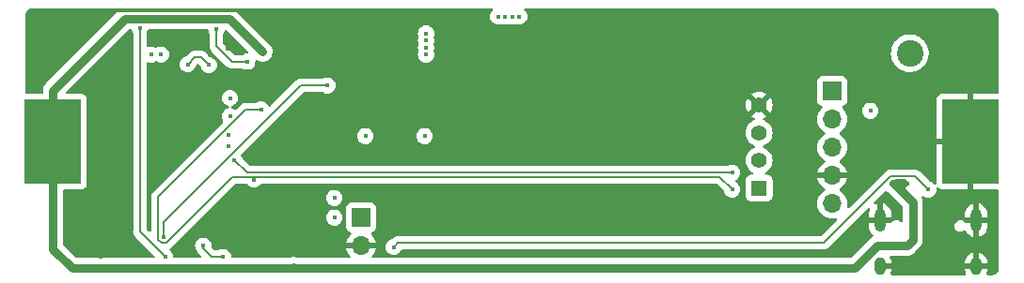
<source format=gbr>
%TF.GenerationSoftware,KiCad,Pcbnew,7.0.9*%
%TF.CreationDate,2024-02-12T22:59:22+01:00*%
%TF.ProjectId,MTR_C3_TempHum,4d54525f-4333-45f5-9465-6d7048756d2e,rev?*%
%TF.SameCoordinates,Original*%
%TF.FileFunction,Copper,L4,Bot*%
%TF.FilePolarity,Positive*%
%FSLAX46Y46*%
G04 Gerber Fmt 4.6, Leading zero omitted, Abs format (unit mm)*
G04 Created by KiCad (PCBNEW 7.0.9) date 2024-02-12 22:59:22*
%MOMM*%
%LPD*%
G01*
G04 APERTURE LIST*
%TA.AperFunction,ComponentPad*%
%ADD10O,1.000000X1.600000*%
%TD*%
%TA.AperFunction,ComponentPad*%
%ADD11O,1.000000X2.100000*%
%TD*%
%TA.AperFunction,ComponentPad*%
%ADD12R,1.416000X1.416000*%
%TD*%
%TA.AperFunction,ComponentPad*%
%ADD13C,1.416000*%
%TD*%
%TA.AperFunction,ComponentPad*%
%ADD14R,1.700000X1.700000*%
%TD*%
%TA.AperFunction,ComponentPad*%
%ADD15O,1.700000X1.700000*%
%TD*%
%TA.AperFunction,SMDPad,CuDef*%
%ADD16R,5.080000X7.620000*%
%TD*%
%TA.AperFunction,ComponentPad*%
%ADD17C,2.400000*%
%TD*%
%TA.AperFunction,ViaPad*%
%ADD18C,0.450000*%
%TD*%
%TA.AperFunction,Conductor*%
%ADD19C,0.200000*%
%TD*%
%TA.AperFunction,Conductor*%
%ADD20C,0.300000*%
%TD*%
%TA.AperFunction,Conductor*%
%ADD21C,0.800000*%
%TD*%
%TA.AperFunction,Conductor*%
%ADD22C,0.700000*%
%TD*%
G04 APERTURE END LIST*
D10*
%TO.P,J1,S1,SHIELD*%
%TO.N,GND*%
X123700000Y-50640000D03*
D11*
X123700000Y-46460000D03*
D10*
X115060000Y-50640000D03*
D11*
X115060000Y-46460000D03*
%TD*%
D12*
%TO.P,IC4,1,VDD*%
%TO.N,+3.3V*%
X104150000Y-43568000D03*
D13*
%TO.P,IC4,2,DATA*%
%TO.N,DHT22_DATA*%
X104150000Y-41068000D03*
%TO.P,IC4,3,NULL*%
%TO.N,unconnected-(IC4-NULL-Pad3)*%
X104150000Y-38568000D03*
%TO.P,IC4,4,GND*%
%TO.N,GND*%
X104150000Y-36068000D03*
%TD*%
D14*
%TO.P,J2,1*%
%TO.N,GPIO9*%
X68326000Y-46223000D03*
D15*
%TO.P,J2,2*%
%TO.N,GND*%
X68326000Y-48763000D03*
%TD*%
D14*
%TO.P,J4,1*%
%TO.N,GPIO7*%
X110744000Y-34803000D03*
D15*
%TO.P,J4,2*%
%TO.N,UART_RX*%
X110744000Y-37343000D03*
%TO.P,J4,3*%
%TO.N,UART_TX*%
X110744000Y-39883000D03*
%TO.P,J4,4*%
%TO.N,GND*%
X110744000Y-42423000D03*
%TO.P,J4,5*%
%TO.N,+3.3V*%
X110744000Y-44963000D03*
%TD*%
D16*
%TO.P,BT1,2,-*%
%TO.N,GND*%
X123190000Y-39370000D03*
%TO.P,BT1,1,+*%
%TO.N,VBAT*%
X40570000Y-39370000D03*
D17*
%TO.P,BT1,*%
%TO.N,*%
X117720000Y-31370000D03*
%TD*%
D18*
%TO.N,+3.3V*%
X81280000Y-28067000D03*
X81915000Y-28067000D03*
X80645000Y-28067000D03*
X82550000Y-28067000D03*
X74168000Y-31496000D03*
X74168000Y-30861000D03*
X74168000Y-30226000D03*
X74168000Y-29591000D03*
%TO.N,GND*%
X45339000Y-32131000D03*
X46228000Y-31242000D03*
%TO.N,+3.3V*%
X101727000Y-43688000D03*
X59309000Y-36449000D03*
X58674000Y-42799000D03*
%TO.N,GND*%
X115062000Y-39751000D03*
X65024000Y-48768000D03*
%TO.N,VBAT*%
X62210000Y-50693000D03*
%TO.N,Hard_reset*%
X55286000Y-29210000D03*
X58057721Y-32149721D03*
%TO.N,Net-(D4-A)*%
X65913000Y-44450000D03*
X114173000Y-36576000D03*
%TO.N,GPIO7*%
X56515000Y-37084000D03*
%TO.N,SDA*%
X56388000Y-39751000D03*
%TO.N,SCL*%
X56388000Y-38735000D03*
X68707000Y-38862000D03*
%TO.N,SDA*%
X74041000Y-38862000D03*
%TO.N,GND*%
X57531000Y-33528000D03*
X69469000Y-34163000D03*
X56261000Y-30988000D03*
%TO.N,UART_RX*%
X50292000Y-31496000D03*
%TO.N,UART_TX*%
X49403000Y-31496000D03*
%TO.N,+3.3V*%
X55880000Y-49784000D03*
X54102000Y-48768000D03*
%TO.N,GND*%
X55245000Y-47371000D03*
X56261000Y-48768000D03*
%TO.N,GPIO9*%
X56515000Y-35433000D03*
X65913000Y-46228000D03*
%TO.N,ADC_lvl_BAT*%
X50546000Y-48006000D03*
X65278000Y-34290000D03*
%TO.N,VBAT*%
X59436000Y-31242000D03*
%TO.N,GND*%
X70231000Y-29784000D03*
X50292000Y-41402000D03*
X50292000Y-39497000D03*
X50292000Y-37465000D03*
%TO.N,VBUS*%
X119380000Y-43688000D03*
X71247000Y-48895000D03*
%TO.N,GND*%
X76835000Y-49403000D03*
%TO.N,EN*%
X50673000Y-49784000D03*
X48387000Y-29083000D03*
%TO.N,GND*%
X44831000Y-49784000D03*
X39751000Y-29210000D03*
X72771000Y-37211000D03*
X71882000Y-43561000D03*
%TO.N,DHT22_DATA*%
X56896000Y-41021000D03*
X101727000Y-42164000D03*
%TO.N,GND*%
X122174000Y-38608000D03*
X123190000Y-39370000D03*
X123190000Y-39370000D03*
%TO.N,VBAT*%
X116840000Y-43815000D03*
X117475000Y-43180000D03*
X116840000Y-43180000D03*
X116205000Y-43180000D03*
%TO.N,USB_D+*%
X52705000Y-32385000D03*
X54610000Y-32449500D03*
%TD*%
D19*
%TO.N,+3.3V*%
X57931537Y-36449000D02*
X59309000Y-36449000D01*
X50021000Y-44359537D02*
X57931537Y-36449000D01*
X50328537Y-48531000D02*
X50021000Y-48223463D01*
X50763463Y-48531000D02*
X50328537Y-48531000D01*
X50021000Y-48223463D02*
X50021000Y-44359537D01*
X56730463Y-42564000D02*
X50763463Y-48531000D01*
X100603000Y-42564000D02*
X56730463Y-42564000D01*
X101727000Y-43688000D02*
X100603000Y-42564000D01*
D20*
%TO.N,GND*%
X41453000Y-27508000D02*
X39751000Y-29210000D01*
X68529000Y-27508000D02*
X41453000Y-27508000D01*
X70231000Y-29210000D02*
X68529000Y-27508000D01*
X70231000Y-29784000D02*
X70231000Y-29210000D01*
D21*
%TO.N,VBAT*%
X47072000Y-28258000D02*
X56452000Y-28258000D01*
X40570000Y-34760000D02*
X47072000Y-28258000D01*
X56452000Y-28258000D02*
X59436000Y-31242000D01*
X40570000Y-39370000D02*
X40570000Y-34760000D01*
X40570000Y-49079000D02*
X40570000Y-39370000D01*
X42291000Y-50800000D02*
X40570000Y-49079000D01*
X62103000Y-50800000D02*
X42291000Y-50800000D01*
X62210000Y-50693000D02*
X62103000Y-50800000D01*
X117475000Y-48768000D02*
X117983000Y-48260000D01*
X62317000Y-50800000D02*
X112754924Y-50800000D01*
X114786924Y-48768000D02*
X117475000Y-48768000D01*
X62210000Y-50693000D02*
X62317000Y-50800000D01*
X117983000Y-44831000D02*
X116776500Y-43624500D01*
X112754924Y-50800000D02*
X114786924Y-48768000D01*
X117983000Y-48260000D02*
X117983000Y-44831000D01*
D19*
%TO.N,Hard_reset*%
X55286000Y-30755463D02*
X55286000Y-29210000D01*
X56680258Y-32149721D02*
X55286000Y-30755463D01*
X58057721Y-32149721D02*
X56680258Y-32149721D01*
%TO.N,+3.3V*%
X54102000Y-49022000D02*
X54864000Y-49784000D01*
X54102000Y-48768000D02*
X54102000Y-49022000D01*
X54864000Y-49784000D02*
X55880000Y-49784000D01*
%TO.N,GND*%
X56261000Y-48387000D02*
X55245000Y-47371000D01*
X56261000Y-48768000D02*
X56261000Y-48387000D01*
%TO.N,ADC_lvl_BAT*%
X50546000Y-48006000D02*
X50546000Y-46628537D01*
X62884537Y-34290000D02*
X65278000Y-34290000D01*
X50546000Y-46628537D02*
X62884537Y-34290000D01*
D20*
%TO.N,VBAT*%
X117221000Y-43180000D02*
X116776500Y-43624500D01*
X117475000Y-43180000D02*
X117221000Y-43180000D01*
D21*
X116776500Y-43624500D02*
X116332000Y-43180000D01*
D20*
X117225000Y-42930000D02*
X117475000Y-43180000D01*
X116205000Y-43180000D02*
X116455000Y-42930000D01*
X116455000Y-42930000D02*
X117225000Y-42930000D01*
X117475000Y-43180000D02*
X116840000Y-43815000D01*
X117475000Y-43180000D02*
X116332000Y-43180000D01*
D19*
%TO.N,VBUS*%
X118172000Y-42480000D02*
X119380000Y-43688000D01*
X115985761Y-42480000D02*
X118172000Y-42480000D01*
X109951761Y-48514000D02*
X115985761Y-42480000D01*
X71247000Y-48895000D02*
X71628000Y-48514000D01*
X71628000Y-48514000D02*
X109951761Y-48514000D01*
D22*
%TO.N,VBAT*%
X116332000Y-43180000D02*
X116205000Y-43180000D01*
D19*
%TO.N,EN*%
X48387000Y-47498000D02*
X50673000Y-49784000D01*
X48387000Y-29083000D02*
X48387000Y-47498000D01*
%TO.N,DHT22_DATA*%
X58039000Y-42164000D02*
X56896000Y-41021000D01*
X101727000Y-42164000D02*
X58039000Y-42164000D01*
%TO.N,USB_D+*%
X53340000Y-31750000D02*
X52705000Y-32385000D01*
X53910500Y-31750000D02*
X53340000Y-31750000D01*
X54610000Y-32449500D02*
X53910500Y-31750000D01*
%TD*%
%TA.AperFunction,Conductor*%
%TO.N,GND*%
G36*
X80148165Y-27325185D02*
G01*
X80193920Y-27377989D01*
X80203864Y-27447147D01*
X80174839Y-27510703D01*
X80168807Y-27517181D01*
X80074192Y-27611795D01*
X79987210Y-27750225D01*
X79933212Y-27904544D01*
X79914909Y-28066996D01*
X79914909Y-28067003D01*
X79933212Y-28229455D01*
X79987210Y-28383774D01*
X79987211Y-28383775D01*
X80074192Y-28522204D01*
X80189796Y-28637808D01*
X80328225Y-28724789D01*
X80482539Y-28778786D01*
X80482542Y-28778786D01*
X80482544Y-28778787D01*
X80644996Y-28797091D01*
X80645000Y-28797091D01*
X80645004Y-28797091D01*
X80807457Y-28778787D01*
X80807459Y-28778786D01*
X80807461Y-28778786D01*
X80921545Y-28738865D01*
X80991324Y-28735304D01*
X81003455Y-28738866D01*
X81117542Y-28778787D01*
X81279996Y-28797091D01*
X81280000Y-28797091D01*
X81280004Y-28797091D01*
X81442457Y-28778787D01*
X81442459Y-28778786D01*
X81442461Y-28778786D01*
X81556545Y-28738865D01*
X81626324Y-28735304D01*
X81638455Y-28738866D01*
X81752542Y-28778787D01*
X81914996Y-28797091D01*
X81915000Y-28797091D01*
X81915004Y-28797091D01*
X82077457Y-28778787D01*
X82077459Y-28778786D01*
X82077461Y-28778786D01*
X82191545Y-28738865D01*
X82261324Y-28735304D01*
X82273455Y-28738866D01*
X82387542Y-28778787D01*
X82549996Y-28797091D01*
X82550000Y-28797091D01*
X82550004Y-28797091D01*
X82712455Y-28778787D01*
X82712456Y-28778786D01*
X82712461Y-28778786D01*
X82866775Y-28724789D01*
X83005204Y-28637808D01*
X83120808Y-28522204D01*
X83207789Y-28383775D01*
X83261786Y-28229461D01*
X83280091Y-28067000D01*
X83265770Y-27939901D01*
X83261787Y-27904544D01*
X83261786Y-27904542D01*
X83261786Y-27904539D01*
X83207789Y-27750225D01*
X83120808Y-27611796D01*
X83026193Y-27517181D01*
X82992708Y-27455858D01*
X82997692Y-27386166D01*
X83039564Y-27330233D01*
X83105028Y-27305816D01*
X83113874Y-27305500D01*
X125091515Y-27305500D01*
X125098460Y-27305890D01*
X125101301Y-27306209D01*
X125121348Y-27308468D01*
X125233499Y-27323233D01*
X125258249Y-27329126D01*
X125302451Y-27344593D01*
X125305637Y-27345810D01*
X125380533Y-27376833D01*
X125399028Y-27386387D01*
X125431778Y-27406965D01*
X125444423Y-27414911D01*
X125449168Y-27418210D01*
X125513502Y-27467575D01*
X125519590Y-27472914D01*
X125562083Y-27515407D01*
X125567426Y-27521499D01*
X125606129Y-27571939D01*
X125616778Y-27585816D01*
X125620087Y-27590575D01*
X125633422Y-27611796D01*
X125648607Y-27635962D01*
X125658172Y-27654478D01*
X125689176Y-27729329D01*
X125690416Y-27732578D01*
X125705869Y-27776740D01*
X125711767Y-27801510D01*
X125726531Y-27913654D01*
X125726538Y-27913715D01*
X125729110Y-27936538D01*
X125729500Y-27943481D01*
X125729500Y-34936000D01*
X125709815Y-35003039D01*
X125657011Y-35048794D01*
X125605500Y-35060000D01*
X123440000Y-35060000D01*
X123440000Y-43680000D01*
X125605500Y-43680000D01*
X125672539Y-43699685D01*
X125718294Y-43752489D01*
X125729500Y-43804000D01*
X125729500Y-50796518D01*
X125729110Y-50803464D01*
X125726538Y-50826290D01*
X125720743Y-50870315D01*
X125711767Y-50938488D01*
X125705870Y-50963256D01*
X125690416Y-51007420D01*
X125689176Y-51010669D01*
X125658172Y-51085520D01*
X125648604Y-51104042D01*
X125620087Y-51149423D01*
X125616778Y-51154182D01*
X125567429Y-51218495D01*
X125562076Y-51224599D01*
X125519599Y-51267076D01*
X125513495Y-51272429D01*
X125449182Y-51321778D01*
X125444423Y-51325087D01*
X125399042Y-51353604D01*
X125380520Y-51363172D01*
X125305669Y-51394176D01*
X125302420Y-51395416D01*
X125258256Y-51410870D01*
X125233488Y-51416767D01*
X125121340Y-51431532D01*
X125098456Y-51434110D01*
X125091519Y-51434500D01*
X124764131Y-51434500D01*
X124697092Y-51414815D01*
X124651337Y-51362011D01*
X124641393Y-51292853D01*
X124650180Y-51261600D01*
X124659059Y-51240907D01*
X124700000Y-51041690D01*
X124700000Y-50890000D01*
X124000000Y-50890000D01*
X124000000Y-50390000D01*
X124700000Y-50390000D01*
X124700000Y-50289286D01*
X124684581Y-50137661D01*
X124623700Y-49943618D01*
X124623695Y-49943608D01*
X124524994Y-49765784D01*
X124524994Y-49765783D01*
X124392521Y-49611469D01*
X124392520Y-49611468D01*
X124231695Y-49486981D01*
X124049093Y-49397411D01*
X123950000Y-49371753D01*
X123950000Y-50173889D01*
X123925543Y-50134390D01*
X123836038Y-50066799D01*
X123728160Y-50036105D01*
X123616479Y-50046454D01*
X123516078Y-50096448D01*
X123450000Y-50168930D01*
X123450000Y-49366633D01*
X123448053Y-49366931D01*
X123448047Y-49366933D01*
X123257342Y-49437562D01*
X123257335Y-49437565D01*
X123084732Y-49545149D01*
X122937331Y-49685264D01*
X122937330Y-49685266D01*
X122821143Y-49852195D01*
X122740940Y-50039092D01*
X122700000Y-50238309D01*
X122700000Y-50390000D01*
X123400000Y-50390000D01*
X123400000Y-50890000D01*
X122700000Y-50890000D01*
X122700000Y-50990713D01*
X122715418Y-51142338D01*
X122756533Y-51273379D01*
X122757821Y-51343237D01*
X122721135Y-51402701D01*
X122658125Y-51432892D01*
X122638220Y-51434500D01*
X116124131Y-51434500D01*
X116057092Y-51414815D01*
X116011337Y-51362011D01*
X116001393Y-51292853D01*
X116010180Y-51261600D01*
X116019059Y-51240907D01*
X116060000Y-51041690D01*
X116060000Y-50890000D01*
X115360000Y-50890000D01*
X115360000Y-50390000D01*
X116060000Y-50390000D01*
X116060000Y-50289286D01*
X116044581Y-50137661D01*
X115983700Y-49943618D01*
X115983695Y-49943608D01*
X115933225Y-49852678D01*
X115917902Y-49784509D01*
X115941866Y-49718878D01*
X115997508Y-49676621D01*
X116041644Y-49668500D01*
X117394373Y-49668500D01*
X117413772Y-49670027D01*
X117427612Y-49672219D01*
X117496959Y-49668584D01*
X117500203Y-49668500D01*
X117522191Y-49668500D01*
X117522192Y-49668500D01*
X117538988Y-49666734D01*
X117544064Y-49666201D01*
X117547284Y-49665947D01*
X117616646Y-49662313D01*
X117630187Y-49658683D01*
X117649313Y-49655138D01*
X117663256Y-49653674D01*
X117729306Y-49632212D01*
X117732368Y-49631304D01*
X117799488Y-49613320D01*
X117811976Y-49606956D01*
X117829950Y-49599510D01*
X117843284Y-49595179D01*
X117903476Y-49560425D01*
X117906222Y-49558934D01*
X117968149Y-49527383D01*
X117979031Y-49518569D01*
X117995083Y-49507537D01*
X118007216Y-49500533D01*
X118058847Y-49454043D01*
X118061260Y-49451982D01*
X118078380Y-49438119D01*
X118093929Y-49422568D01*
X118096270Y-49420347D01*
X118147888Y-49373871D01*
X118156130Y-49362525D01*
X118168760Y-49347737D01*
X118562737Y-48953760D01*
X118577525Y-48941130D01*
X118588871Y-48932888D01*
X118635347Y-48881270D01*
X118637570Y-48878928D01*
X118653119Y-48863380D01*
X118666982Y-48846260D01*
X118669049Y-48843841D01*
X118715533Y-48792216D01*
X118722538Y-48780080D01*
X118733570Y-48764031D01*
X118742381Y-48753151D01*
X118742383Y-48753149D01*
X118752881Y-48732544D01*
X118773934Y-48691222D01*
X118775425Y-48688476D01*
X118810179Y-48628284D01*
X118814509Y-48614956D01*
X118821960Y-48596969D01*
X118828319Y-48584490D01*
X118828320Y-48584488D01*
X118829998Y-48578225D01*
X118846297Y-48517390D01*
X118847201Y-48514337D01*
X118868674Y-48448256D01*
X118870139Y-48434307D01*
X118873684Y-48415183D01*
X118877312Y-48401646D01*
X118880947Y-48332284D01*
X118881200Y-48329071D01*
X118881713Y-48324192D01*
X118883500Y-48307192D01*
X118883500Y-48285196D01*
X118883585Y-48281950D01*
X118884578Y-48263000D01*
X118887219Y-48212612D01*
X118885027Y-48198772D01*
X118883500Y-48179373D01*
X118883500Y-47026199D01*
X121740796Y-47026199D01*
X121760340Y-47120250D01*
X121770186Y-47167634D01*
X121770187Y-47167636D01*
X121836645Y-47295893D01*
X121836649Y-47295899D01*
X121924472Y-47389934D01*
X121935245Y-47401469D01*
X122058672Y-47476526D01*
X122197772Y-47515500D01*
X122197773Y-47515500D01*
X122305950Y-47515500D01*
X122317502Y-47513911D01*
X122413111Y-47500771D01*
X122545609Y-47443219D01*
X122603786Y-47395887D01*
X122668212Y-47368849D01*
X122737028Y-47380933D01*
X122788387Y-47428304D01*
X122790461Y-47431897D01*
X122875005Y-47584215D01*
X122875005Y-47584216D01*
X123007478Y-47738530D01*
X123007479Y-47738531D01*
X123168304Y-47863018D01*
X123350907Y-47952589D01*
X123450000Y-47978244D01*
X123450000Y-47176110D01*
X123474457Y-47215610D01*
X123563962Y-47283201D01*
X123671840Y-47313895D01*
X123783521Y-47303546D01*
X123883922Y-47253552D01*
X123950000Y-47181069D01*
X123950000Y-47983365D01*
X123951944Y-47983069D01*
X123951945Y-47983069D01*
X124142660Y-47912436D01*
X124142664Y-47912434D01*
X124315267Y-47804850D01*
X124462668Y-47664735D01*
X124462669Y-47664733D01*
X124578856Y-47497804D01*
X124659059Y-47310907D01*
X124700000Y-47111690D01*
X124700000Y-46710000D01*
X124000000Y-46710000D01*
X124000000Y-46210000D01*
X124700000Y-46210000D01*
X124700000Y-45859286D01*
X124684581Y-45707661D01*
X124623700Y-45513618D01*
X124623695Y-45513608D01*
X124524994Y-45335784D01*
X124524994Y-45335783D01*
X124392521Y-45181469D01*
X124392520Y-45181468D01*
X124231695Y-45056981D01*
X124049093Y-44967411D01*
X123950000Y-44941753D01*
X123950000Y-45743889D01*
X123925543Y-45704390D01*
X123836038Y-45636799D01*
X123728160Y-45606105D01*
X123616479Y-45616454D01*
X123516078Y-45666448D01*
X123450000Y-45738930D01*
X123450000Y-44936633D01*
X123448053Y-44936931D01*
X123448047Y-44936933D01*
X123257342Y-45007562D01*
X123257335Y-45007565D01*
X123084732Y-45115149D01*
X122937331Y-45255264D01*
X122937330Y-45255266D01*
X122821143Y-45422195D01*
X122740940Y-45609092D01*
X122700000Y-45808309D01*
X122700000Y-46210000D01*
X123400000Y-46210000D01*
X123400000Y-46710000D01*
X122781399Y-46710000D01*
X122714360Y-46690315D01*
X122690776Y-46670637D01*
X122604754Y-46578530D01*
X122481330Y-46503475D01*
X122481329Y-46503474D01*
X122481328Y-46503474D01*
X122342228Y-46464500D01*
X122234051Y-46464500D01*
X122234050Y-46464500D01*
X122126889Y-46479229D01*
X121994389Y-46536781D01*
X121994389Y-46536782D01*
X121882338Y-46627943D01*
X121882333Y-46627948D01*
X121799028Y-46745963D01*
X121750654Y-46882074D01*
X121750654Y-46882077D01*
X121747470Y-46928634D01*
X121740796Y-47026199D01*
X118883500Y-47026199D01*
X118883500Y-44911626D01*
X118885027Y-44892225D01*
X118887219Y-44878388D01*
X118883584Y-44809040D01*
X118883500Y-44805797D01*
X118883500Y-44783809D01*
X118883499Y-44783800D01*
X118881709Y-44766774D01*
X118881200Y-44761935D01*
X118880947Y-44758720D01*
X118877313Y-44689355D01*
X118873685Y-44675814D01*
X118870139Y-44656688D01*
X118868674Y-44642744D01*
X118847209Y-44576682D01*
X118846296Y-44573601D01*
X118828320Y-44506512D01*
X118821956Y-44494022D01*
X118814511Y-44476050D01*
X118810179Y-44462716D01*
X118810177Y-44462712D01*
X118807534Y-44456775D01*
X118808619Y-44456291D01*
X118793703Y-44394813D01*
X118816554Y-44328786D01*
X118871474Y-44285594D01*
X118941027Y-44278950D01*
X118983536Y-44295717D01*
X119050591Y-44337851D01*
X119063225Y-44345789D01*
X119217539Y-44399786D01*
X119217542Y-44399786D01*
X119217544Y-44399787D01*
X119379996Y-44418091D01*
X119380000Y-44418091D01*
X119380004Y-44418091D01*
X119542455Y-44399787D01*
X119542456Y-44399786D01*
X119542461Y-44399786D01*
X119696775Y-44345789D01*
X119835204Y-44258808D01*
X119950808Y-44143204D01*
X120037789Y-44004775D01*
X120091786Y-43850461D01*
X120091787Y-43850455D01*
X120110091Y-43688003D01*
X120110091Y-43687999D01*
X120106821Y-43658980D01*
X120118875Y-43590158D01*
X120166223Y-43538778D01*
X120233833Y-43521153D01*
X120300239Y-43542879D01*
X120304352Y-43545829D01*
X120407906Y-43623350D01*
X120407913Y-43623354D01*
X120542620Y-43673596D01*
X120542627Y-43673598D01*
X120602155Y-43679999D01*
X120602172Y-43680000D01*
X122940000Y-43680000D01*
X122940000Y-39620000D01*
X120150000Y-39620000D01*
X120150000Y-43132626D01*
X120130315Y-43199665D01*
X120077511Y-43245420D01*
X120008353Y-43255364D01*
X119944797Y-43226339D01*
X119938319Y-43220307D01*
X119835204Y-43117192D01*
X119696774Y-43030210D01*
X119549448Y-42978659D01*
X119542461Y-42976214D01*
X119542459Y-42976213D01*
X119535890Y-42973915D01*
X119536510Y-42972141D01*
X119484791Y-42943556D01*
X119158899Y-42617664D01*
X118627320Y-42086085D01*
X118621979Y-42079994D01*
X118600282Y-42051718D01*
X118474841Y-41955464D01*
X118328762Y-41894956D01*
X118328760Y-41894955D01*
X118211361Y-41879500D01*
X118172000Y-41874318D01*
X118136670Y-41878969D01*
X118128572Y-41879500D01*
X116029189Y-41879500D01*
X116021090Y-41878969D01*
X115985761Y-41874318D01*
X115946400Y-41879500D01*
X115829000Y-41894955D01*
X115828998Y-41894956D01*
X115682918Y-41955464D01*
X115557480Y-42051716D01*
X115535780Y-42079994D01*
X115530429Y-42086096D01*
X112282191Y-45334333D01*
X112220868Y-45367818D01*
X112151176Y-45362834D01*
X112095243Y-45320962D01*
X112070826Y-45255498D01*
X112074736Y-45214557D01*
X112077565Y-45203999D01*
X112079063Y-45198408D01*
X112099659Y-44963000D01*
X112079063Y-44727592D01*
X112032626Y-44554285D01*
X112017905Y-44499344D01*
X112017904Y-44499343D01*
X112017903Y-44499337D01*
X111918035Y-44285171D01*
X111890591Y-44245976D01*
X111782494Y-44091597D01*
X111615402Y-43924506D01*
X111615401Y-43924505D01*
X111429405Y-43794269D01*
X111385781Y-43739692D01*
X111378588Y-43670193D01*
X111410110Y-43607839D01*
X111429405Y-43591119D01*
X111615082Y-43461105D01*
X111782105Y-43294082D01*
X111917600Y-43100578D01*
X112017429Y-42886492D01*
X112017432Y-42886486D01*
X112074636Y-42673000D01*
X111177686Y-42673000D01*
X111203493Y-42632844D01*
X111244000Y-42494889D01*
X111244000Y-42351111D01*
X111203493Y-42213156D01*
X111177686Y-42173000D01*
X112074636Y-42173000D01*
X112074635Y-42172999D01*
X112017432Y-41959513D01*
X112017429Y-41959507D01*
X111917600Y-41745422D01*
X111917599Y-41745420D01*
X111782113Y-41551926D01*
X111782108Y-41551920D01*
X111615078Y-41384890D01*
X111429405Y-41254879D01*
X111385780Y-41200302D01*
X111378588Y-41130804D01*
X111410110Y-41068449D01*
X111429406Y-41051730D01*
X111615401Y-40921495D01*
X111782495Y-40754401D01*
X111918035Y-40560830D01*
X112017903Y-40346663D01*
X112079063Y-40118408D01*
X112099659Y-39883000D01*
X112079063Y-39647592D01*
X112032626Y-39474285D01*
X112017905Y-39419344D01*
X112017904Y-39419343D01*
X112017903Y-39419337D01*
X111918035Y-39205171D01*
X111899553Y-39178775D01*
X111858398Y-39120000D01*
X120150000Y-39120000D01*
X122940000Y-39120000D01*
X122940000Y-35060000D01*
X120602155Y-35060000D01*
X120542627Y-35066401D01*
X120542620Y-35066403D01*
X120407913Y-35116645D01*
X120407906Y-35116649D01*
X120292812Y-35202809D01*
X120292809Y-35202812D01*
X120206649Y-35317906D01*
X120206645Y-35317913D01*
X120156403Y-35452620D01*
X120156401Y-35452627D01*
X120150000Y-35512155D01*
X120150000Y-39120000D01*
X111858398Y-39120000D01*
X111782494Y-39011597D01*
X111615402Y-38844506D01*
X111615396Y-38844501D01*
X111429842Y-38714575D01*
X111386217Y-38659998D01*
X111379023Y-38590500D01*
X111410546Y-38528145D01*
X111429842Y-38511425D01*
X111579267Y-38406796D01*
X111615401Y-38381495D01*
X111782495Y-38214401D01*
X111918035Y-38020830D01*
X112017903Y-37806663D01*
X112079063Y-37578408D01*
X112099659Y-37343000D01*
X112079063Y-37107592D01*
X112017903Y-36879337D01*
X111918035Y-36665171D01*
X111892564Y-36628795D01*
X111855599Y-36576003D01*
X113442909Y-36576003D01*
X113461212Y-36738455D01*
X113515210Y-36892774D01*
X113533288Y-36921544D01*
X113602192Y-37031204D01*
X113717796Y-37146808D01*
X113856225Y-37233789D01*
X114010539Y-37287786D01*
X114010542Y-37287786D01*
X114010544Y-37287787D01*
X114172996Y-37306091D01*
X114173000Y-37306091D01*
X114173004Y-37306091D01*
X114335455Y-37287787D01*
X114335456Y-37287786D01*
X114335461Y-37287786D01*
X114489775Y-37233789D01*
X114628204Y-37146808D01*
X114743808Y-37031204D01*
X114830789Y-36892775D01*
X114884786Y-36738461D01*
X114886031Y-36727414D01*
X114903091Y-36576003D01*
X114903091Y-36575996D01*
X114884787Y-36413544D01*
X114884786Y-36413542D01*
X114884786Y-36413539D01*
X114830789Y-36259225D01*
X114743808Y-36120796D01*
X114628204Y-36005192D01*
X114626000Y-36003807D01*
X114489774Y-35918210D01*
X114335455Y-35864212D01*
X114173004Y-35845909D01*
X114172996Y-35845909D01*
X114010544Y-35864212D01*
X113856225Y-35918210D01*
X113717795Y-36005192D01*
X113602192Y-36120795D01*
X113515210Y-36259225D01*
X113461212Y-36413544D01*
X113442909Y-36575996D01*
X113442909Y-36576003D01*
X111855599Y-36576003D01*
X111782496Y-36471600D01*
X111724435Y-36413539D01*
X111660567Y-36349671D01*
X111627084Y-36288351D01*
X111632068Y-36218659D01*
X111673939Y-36162725D01*
X111704915Y-36145810D01*
X111836331Y-36096796D01*
X111951546Y-36010546D01*
X112037796Y-35895331D01*
X112088091Y-35760483D01*
X112094500Y-35700873D01*
X112094499Y-33905128D01*
X112088091Y-33845517D01*
X112084092Y-33834796D01*
X112037797Y-33710671D01*
X112037793Y-33710664D01*
X111951547Y-33595455D01*
X111951544Y-33595452D01*
X111836335Y-33509206D01*
X111836328Y-33509202D01*
X111701482Y-33458908D01*
X111701483Y-33458908D01*
X111641883Y-33452501D01*
X111641881Y-33452500D01*
X111641873Y-33452500D01*
X111641864Y-33452500D01*
X109846129Y-33452500D01*
X109846123Y-33452501D01*
X109786516Y-33458908D01*
X109651671Y-33509202D01*
X109651664Y-33509206D01*
X109536455Y-33595452D01*
X109536452Y-33595455D01*
X109450206Y-33710664D01*
X109450202Y-33710671D01*
X109399908Y-33845517D01*
X109394471Y-33896096D01*
X109393501Y-33905123D01*
X109393500Y-33905135D01*
X109393500Y-35700870D01*
X109393501Y-35700876D01*
X109399908Y-35760483D01*
X109450202Y-35895328D01*
X109450206Y-35895335D01*
X109536452Y-36010544D01*
X109536455Y-36010547D01*
X109651664Y-36096793D01*
X109651671Y-36096797D01*
X109783081Y-36145810D01*
X109839015Y-36187681D01*
X109863432Y-36253145D01*
X109848580Y-36321418D01*
X109827430Y-36349673D01*
X109705503Y-36471600D01*
X109569965Y-36665169D01*
X109569964Y-36665171D01*
X109470098Y-36879335D01*
X109470094Y-36879344D01*
X109408938Y-37107586D01*
X109408936Y-37107596D01*
X109388341Y-37342999D01*
X109388341Y-37343000D01*
X109408936Y-37578403D01*
X109408938Y-37578413D01*
X109470094Y-37806655D01*
X109470096Y-37806659D01*
X109470097Y-37806663D01*
X109542272Y-37961442D01*
X109569965Y-38020830D01*
X109569967Y-38020834D01*
X109705501Y-38214395D01*
X109705506Y-38214402D01*
X109872597Y-38381493D01*
X109872603Y-38381498D01*
X110058158Y-38511425D01*
X110101783Y-38566002D01*
X110108977Y-38635500D01*
X110077454Y-38697855D01*
X110058158Y-38714575D01*
X109872597Y-38844505D01*
X109705505Y-39011597D01*
X109569965Y-39205169D01*
X109569964Y-39205171D01*
X109470098Y-39419335D01*
X109470094Y-39419344D01*
X109408938Y-39647586D01*
X109408936Y-39647596D01*
X109388341Y-39882999D01*
X109388341Y-39883000D01*
X109408936Y-40118403D01*
X109408938Y-40118413D01*
X109470094Y-40346655D01*
X109470096Y-40346659D01*
X109470097Y-40346663D01*
X109523620Y-40461443D01*
X109569965Y-40560830D01*
X109569967Y-40560834D01*
X109705501Y-40754395D01*
X109705506Y-40754402D01*
X109872597Y-40921493D01*
X109872603Y-40921498D01*
X110058594Y-41051730D01*
X110102219Y-41106307D01*
X110109413Y-41175805D01*
X110077890Y-41238160D01*
X110058595Y-41254880D01*
X109872922Y-41384890D01*
X109872920Y-41384891D01*
X109705891Y-41551920D01*
X109705886Y-41551926D01*
X109570400Y-41745420D01*
X109570399Y-41745422D01*
X109470570Y-41959507D01*
X109470567Y-41959513D01*
X109413364Y-42172999D01*
X109413364Y-42173000D01*
X110310314Y-42173000D01*
X110284507Y-42213156D01*
X110244000Y-42351111D01*
X110244000Y-42494889D01*
X110284507Y-42632844D01*
X110310314Y-42673000D01*
X109413364Y-42673000D01*
X109470567Y-42886486D01*
X109470570Y-42886492D01*
X109570399Y-43100578D01*
X109705894Y-43294082D01*
X109872917Y-43461105D01*
X110058595Y-43591119D01*
X110102219Y-43645696D01*
X110109412Y-43715195D01*
X110077890Y-43777549D01*
X110058595Y-43794269D01*
X109872594Y-43924508D01*
X109705505Y-44091597D01*
X109569965Y-44285169D01*
X109569964Y-44285171D01*
X109470098Y-44499335D01*
X109470094Y-44499344D01*
X109408938Y-44727586D01*
X109408936Y-44727596D01*
X109388341Y-44962999D01*
X109388341Y-44963000D01*
X109408936Y-45198403D01*
X109408938Y-45198413D01*
X109470094Y-45426655D01*
X109470096Y-45426659D01*
X109470097Y-45426663D01*
X109555164Y-45609090D01*
X109569965Y-45640830D01*
X109569967Y-45640834D01*
X109645940Y-45749334D01*
X109705505Y-45834401D01*
X109872599Y-46001495D01*
X109964063Y-46065539D01*
X110066165Y-46137032D01*
X110066167Y-46137033D01*
X110066170Y-46137035D01*
X110280337Y-46236903D01*
X110508592Y-46298063D01*
X110696918Y-46314539D01*
X110743999Y-46318659D01*
X110744000Y-46318659D01*
X110744001Y-46318659D01*
X110783234Y-46315226D01*
X110979408Y-46298063D01*
X110995560Y-46293735D01*
X111065409Y-46295398D01*
X111123272Y-46334561D01*
X111150776Y-46398789D01*
X111139190Y-46467691D01*
X111115334Y-46501191D01*
X109739345Y-47877181D01*
X109678022Y-47910666D01*
X109651664Y-47913500D01*
X71671428Y-47913500D01*
X71663329Y-47912969D01*
X71628000Y-47908318D01*
X71627999Y-47908318D01*
X71518909Y-47922680D01*
X71471238Y-47928956D01*
X71471237Y-47928956D01*
X71325160Y-47989463D01*
X71199714Y-48085721D01*
X71178027Y-48113986D01*
X71172674Y-48120090D01*
X71142207Y-48150556D01*
X71090490Y-48179143D01*
X71091110Y-48180915D01*
X71084540Y-48183213D01*
X71084539Y-48183214D01*
X71053916Y-48193929D01*
X70930225Y-48237210D01*
X70791795Y-48324192D01*
X70676192Y-48439795D01*
X70589210Y-48578225D01*
X70535212Y-48732544D01*
X70516909Y-48894996D01*
X70516909Y-48895003D01*
X70535212Y-49057455D01*
X70589210Y-49211774D01*
X70613393Y-49250261D01*
X70676192Y-49350204D01*
X70791796Y-49465808D01*
X70930225Y-49552789D01*
X71084539Y-49606786D01*
X71084542Y-49606786D01*
X71084544Y-49606787D01*
X71246996Y-49625091D01*
X71247000Y-49625091D01*
X71247004Y-49625091D01*
X71409455Y-49606787D01*
X71409456Y-49606786D01*
X71409461Y-49606786D01*
X71563775Y-49552789D01*
X71702204Y-49465808D01*
X71817808Y-49350204D01*
X71904789Y-49211775D01*
X71909768Y-49197547D01*
X71950489Y-49140770D01*
X72015441Y-49115022D01*
X72026810Y-49114500D01*
X109908333Y-49114500D01*
X109916431Y-49115030D01*
X109951761Y-49119682D01*
X109951762Y-49119682D01*
X110004015Y-49112802D01*
X110108523Y-49099044D01*
X110254602Y-49038536D01*
X110276152Y-49022000D01*
X110380043Y-48942282D01*
X110401744Y-48913999D01*
X110407072Y-48907922D01*
X113942026Y-45372968D01*
X114003347Y-45339485D01*
X114073039Y-45344469D01*
X114128972Y-45386341D01*
X114153389Y-45451805D01*
X114143656Y-45509550D01*
X114100940Y-45609090D01*
X114060000Y-45808309D01*
X114060000Y-46210000D01*
X114760000Y-46210000D01*
X114760000Y-46710000D01*
X114060000Y-46710000D01*
X114060000Y-47060713D01*
X114075418Y-47212338D01*
X114136299Y-47406381D01*
X114136304Y-47406391D01*
X114235005Y-47584215D01*
X114235005Y-47584216D01*
X114367477Y-47738528D01*
X114392942Y-47758240D01*
X114433906Y-47814842D01*
X114437765Y-47884605D01*
X114403296Y-47945380D01*
X114379043Y-47963682D01*
X114358518Y-47975532D01*
X114355664Y-47977082D01*
X114293777Y-48008616D01*
X114293761Y-48008626D01*
X114282872Y-48017444D01*
X114266847Y-48028458D01*
X114254709Y-48035466D01*
X114254705Y-48035469D01*
X114203096Y-48081936D01*
X114200634Y-48084039D01*
X114183551Y-48097875D01*
X114183534Y-48097890D01*
X114167989Y-48113435D01*
X114165637Y-48115666D01*
X114114038Y-48162126D01*
X114105793Y-48173474D01*
X114093160Y-48188263D01*
X112418244Y-49863181D01*
X112356921Y-49896666D01*
X112330563Y-49899500D01*
X69398050Y-49899500D01*
X69331011Y-49879815D01*
X69285256Y-49827011D01*
X69275312Y-49757853D01*
X69304337Y-49694297D01*
X69310369Y-49687819D01*
X69364105Y-49634082D01*
X69499600Y-49440578D01*
X69599429Y-49226492D01*
X69599432Y-49226486D01*
X69656636Y-49013000D01*
X68759686Y-49013000D01*
X68785493Y-48972844D01*
X68826000Y-48834889D01*
X68826000Y-48691111D01*
X68785493Y-48553156D01*
X68759686Y-48513000D01*
X69656636Y-48513000D01*
X69656635Y-48512999D01*
X69599432Y-48299513D01*
X69599429Y-48299507D01*
X69499600Y-48085422D01*
X69499599Y-48085420D01*
X69364113Y-47891926D01*
X69364108Y-47891920D01*
X69242053Y-47769865D01*
X69208568Y-47708542D01*
X69213552Y-47638850D01*
X69255424Y-47582917D01*
X69286400Y-47566002D01*
X69418331Y-47516796D01*
X69533546Y-47430546D01*
X69619796Y-47315331D01*
X69670091Y-47180483D01*
X69676500Y-47120873D01*
X69676499Y-45325128D01*
X69670091Y-45265517D01*
X69666354Y-45255498D01*
X69619797Y-45130671D01*
X69619793Y-45130664D01*
X69533547Y-45015455D01*
X69533544Y-45015452D01*
X69418335Y-44929206D01*
X69418328Y-44929202D01*
X69283482Y-44878908D01*
X69283483Y-44878908D01*
X69223883Y-44872501D01*
X69223881Y-44872500D01*
X69223873Y-44872500D01*
X69223864Y-44872500D01*
X67428129Y-44872500D01*
X67428123Y-44872501D01*
X67368516Y-44878908D01*
X67233671Y-44929202D01*
X67233664Y-44929206D01*
X67118455Y-45015452D01*
X67118452Y-45015455D01*
X67032206Y-45130664D01*
X67032202Y-45130671D01*
X66981908Y-45265517D01*
X66975948Y-45320962D01*
X66975501Y-45325123D01*
X66975500Y-45325135D01*
X66975500Y-47120870D01*
X66975501Y-47120876D01*
X66981908Y-47180483D01*
X67032202Y-47315328D01*
X67032206Y-47315335D01*
X67118452Y-47430544D01*
X67118455Y-47430547D01*
X67233664Y-47516793D01*
X67233671Y-47516797D01*
X67233674Y-47516798D01*
X67365598Y-47566002D01*
X67421531Y-47607873D01*
X67445949Y-47673337D01*
X67431098Y-47741610D01*
X67409947Y-47769865D01*
X67287886Y-47891926D01*
X67152400Y-48085420D01*
X67152399Y-48085422D01*
X67052570Y-48299507D01*
X67052567Y-48299513D01*
X66995364Y-48512999D01*
X66995364Y-48513000D01*
X67892314Y-48513000D01*
X67866507Y-48553156D01*
X67826000Y-48691111D01*
X67826000Y-48834889D01*
X67866507Y-48972844D01*
X67892314Y-49013000D01*
X66995364Y-49013000D01*
X67052567Y-49226486D01*
X67052570Y-49226492D01*
X67152399Y-49440578D01*
X67287894Y-49634082D01*
X67341631Y-49687819D01*
X67375116Y-49749142D01*
X67370132Y-49818834D01*
X67328260Y-49874767D01*
X67262796Y-49899184D01*
X67253950Y-49899500D01*
X62676886Y-49899500D01*
X62627487Y-49887641D01*
X62627136Y-49888557D01*
X62579802Y-49870387D01*
X62573871Y-49867746D01*
X62534484Y-49847678D01*
X62491777Y-49836234D01*
X62485604Y-49834228D01*
X62444347Y-49818392D01*
X62400707Y-49811480D01*
X62394355Y-49810130D01*
X62351650Y-49798687D01*
X62351643Y-49798686D01*
X62307492Y-49796372D01*
X62301035Y-49795693D01*
X62261189Y-49789383D01*
X62257388Y-49788781D01*
X62257387Y-49788781D01*
X62245899Y-49789383D01*
X62213244Y-49791094D01*
X62206756Y-49791094D01*
X62162612Y-49788781D01*
X62118954Y-49795695D01*
X62112497Y-49796373D01*
X62068355Y-49798686D01*
X62025653Y-49810127D01*
X62019305Y-49811477D01*
X61975654Y-49818392D01*
X61975650Y-49818393D01*
X61934385Y-49834231D01*
X61928213Y-49836237D01*
X61885508Y-49847681D01*
X61846117Y-49867750D01*
X61840188Y-49870390D01*
X61792863Y-49888557D01*
X61792510Y-49887639D01*
X61743114Y-49899500D01*
X56733918Y-49899500D01*
X56666879Y-49879815D01*
X56621124Y-49827011D01*
X56610698Y-49789383D01*
X56591787Y-49621544D01*
X56591786Y-49621542D01*
X56591786Y-49621539D01*
X56537789Y-49467225D01*
X56450808Y-49328796D01*
X56335204Y-49213192D01*
X56257702Y-49164494D01*
X56196774Y-49126210D01*
X56042455Y-49072212D01*
X55880004Y-49053909D01*
X55879996Y-49053909D01*
X55717544Y-49072212D01*
X55563225Y-49126210D01*
X55502298Y-49164494D01*
X55436326Y-49183500D01*
X55164097Y-49183500D01*
X55097058Y-49163815D01*
X55076416Y-49147181D01*
X54860660Y-48931425D01*
X54827175Y-48870102D01*
X54825121Y-48829860D01*
X54832091Y-48768002D01*
X54832091Y-48767997D01*
X54813787Y-48605544D01*
X54813786Y-48605542D01*
X54813786Y-48605539D01*
X54759789Y-48451225D01*
X54672808Y-48312796D01*
X54557204Y-48197192D01*
X54532012Y-48181363D01*
X54418774Y-48110210D01*
X54264455Y-48056212D01*
X54102004Y-48037909D01*
X54101996Y-48037909D01*
X53939544Y-48056212D01*
X53785225Y-48110210D01*
X53646795Y-48197192D01*
X53531192Y-48312795D01*
X53444210Y-48451225D01*
X53390212Y-48605544D01*
X53371909Y-48767996D01*
X53371909Y-48768003D01*
X53390212Y-48930455D01*
X53444210Y-49084774D01*
X53470233Y-49126189D01*
X53524009Y-49211773D01*
X53534897Y-49229100D01*
X53534308Y-49229469D01*
X53546571Y-49250261D01*
X53577463Y-49324840D01*
X53577464Y-49324841D01*
X53671417Y-49447284D01*
X53673718Y-49450282D01*
X53701995Y-49471980D01*
X53708085Y-49477320D01*
X53813808Y-49583043D01*
X53918584Y-49687819D01*
X53952069Y-49749142D01*
X53947085Y-49818834D01*
X53905213Y-49874767D01*
X53839749Y-49899184D01*
X53830903Y-49899500D01*
X51526918Y-49899500D01*
X51459879Y-49879815D01*
X51414124Y-49827011D01*
X51403698Y-49789383D01*
X51384787Y-49621544D01*
X51384786Y-49621542D01*
X51384786Y-49621539D01*
X51330789Y-49467225D01*
X51243808Y-49328796D01*
X51128204Y-49213192D01*
X51122758Y-49208849D01*
X51124348Y-49206854D01*
X51085855Y-49163319D01*
X51075220Y-49094264D01*
X51103607Y-49030421D01*
X51122634Y-49012312D01*
X51191745Y-48959282D01*
X51213447Y-48930998D01*
X51218773Y-48924923D01*
X53915694Y-46228003D01*
X65182909Y-46228003D01*
X65201212Y-46390455D01*
X65255210Y-46544774D01*
X65326047Y-46657509D01*
X65342192Y-46683204D01*
X65457796Y-46798808D01*
X65596225Y-46885789D01*
X65750539Y-46939786D01*
X65750542Y-46939786D01*
X65750544Y-46939787D01*
X65912996Y-46958091D01*
X65913000Y-46958091D01*
X65913004Y-46958091D01*
X66075455Y-46939787D01*
X66075456Y-46939786D01*
X66075461Y-46939786D01*
X66229775Y-46885789D01*
X66368204Y-46798808D01*
X66483808Y-46683204D01*
X66570789Y-46544775D01*
X66624786Y-46390461D01*
X66624787Y-46390455D01*
X66643091Y-46228003D01*
X66643091Y-46227996D01*
X66624787Y-46065544D01*
X66624786Y-46065542D01*
X66624786Y-46065539D01*
X66570789Y-45911225D01*
X66483808Y-45772796D01*
X66368204Y-45657192D01*
X66229774Y-45570210D01*
X66075455Y-45516212D01*
X65913004Y-45497909D01*
X65912996Y-45497909D01*
X65750544Y-45516212D01*
X65596225Y-45570210D01*
X65457795Y-45657192D01*
X65342192Y-45772795D01*
X65255210Y-45911225D01*
X65201212Y-46065544D01*
X65182909Y-46227996D01*
X65182909Y-46228003D01*
X53915694Y-46228003D01*
X55693695Y-44450003D01*
X65182909Y-44450003D01*
X65201212Y-44612455D01*
X65255210Y-44766774D01*
X65265914Y-44783809D01*
X65342192Y-44905204D01*
X65457796Y-45020808D01*
X65596225Y-45107789D01*
X65750539Y-45161786D01*
X65750542Y-45161786D01*
X65750544Y-45161787D01*
X65912996Y-45180091D01*
X65913000Y-45180091D01*
X65913004Y-45180091D01*
X66075455Y-45161787D01*
X66075456Y-45161786D01*
X66075461Y-45161786D01*
X66229775Y-45107789D01*
X66368204Y-45020808D01*
X66483808Y-44905204D01*
X66570789Y-44766775D01*
X66624786Y-44612461D01*
X66625258Y-44608272D01*
X66643091Y-44450003D01*
X66643091Y-44449996D01*
X66624787Y-44287544D01*
X66624786Y-44287542D01*
X66624786Y-44287539D01*
X66570789Y-44133225D01*
X66483808Y-43994796D01*
X66368204Y-43879192D01*
X66322479Y-43850461D01*
X66229774Y-43792210D01*
X66075455Y-43738212D01*
X65913004Y-43719909D01*
X65912996Y-43719909D01*
X65750544Y-43738212D01*
X65596225Y-43792210D01*
X65457795Y-43879192D01*
X65342192Y-43994795D01*
X65255210Y-44133225D01*
X65201212Y-44287544D01*
X65182909Y-44449996D01*
X65182909Y-44450003D01*
X55693695Y-44450003D01*
X56942879Y-43200819D01*
X57004202Y-43167334D01*
X57030560Y-43164500D01*
X57978295Y-43164500D01*
X58045334Y-43184185D01*
X58083287Y-43222526D01*
X58103192Y-43254204D01*
X58218796Y-43369808D01*
X58357225Y-43456789D01*
X58511539Y-43510786D01*
X58511542Y-43510786D01*
X58511544Y-43510787D01*
X58673996Y-43529091D01*
X58674000Y-43529091D01*
X58674004Y-43529091D01*
X58836455Y-43510787D01*
X58836456Y-43510786D01*
X58836461Y-43510786D01*
X58990775Y-43456789D01*
X59129204Y-43369808D01*
X59244808Y-43254204D01*
X59264711Y-43222527D01*
X59317046Y-43176237D01*
X59369705Y-43164500D01*
X100302903Y-43164500D01*
X100369942Y-43184185D01*
X100390584Y-43200819D01*
X100982556Y-43792791D01*
X101011141Y-43844510D01*
X101012915Y-43843890D01*
X101015213Y-43850459D01*
X101015214Y-43850461D01*
X101030718Y-43894771D01*
X101069210Y-44004774D01*
X101123765Y-44091597D01*
X101156192Y-44143204D01*
X101271796Y-44258808D01*
X101410225Y-44345789D01*
X101564539Y-44399786D01*
X101564542Y-44399786D01*
X101564544Y-44399787D01*
X101726996Y-44418091D01*
X101727000Y-44418091D01*
X101727004Y-44418091D01*
X101889455Y-44399787D01*
X101889456Y-44399786D01*
X101889461Y-44399786D01*
X102043775Y-44345789D01*
X102182204Y-44258808D01*
X102297808Y-44143204D01*
X102384789Y-44004775D01*
X102438786Y-43850461D01*
X102438787Y-43850455D01*
X102457091Y-43688003D01*
X102457091Y-43687996D01*
X102438787Y-43525544D01*
X102438786Y-43525542D01*
X102438786Y-43525539D01*
X102384789Y-43371225D01*
X102297808Y-43232796D01*
X102182204Y-43117192D01*
X102045020Y-43030993D01*
X101998730Y-42978659D01*
X101988082Y-42909605D01*
X102016457Y-42845757D01*
X102045021Y-42821006D01*
X102059139Y-42812135D01*
X102182204Y-42734808D01*
X102297808Y-42619204D01*
X102384789Y-42480775D01*
X102438786Y-42326461D01*
X102448925Y-42236478D01*
X102457091Y-42164003D01*
X102457091Y-42163994D01*
X102438787Y-42001544D01*
X102438786Y-42001542D01*
X102438786Y-42001539D01*
X102384789Y-41847225D01*
X102297808Y-41708796D01*
X102182204Y-41593192D01*
X102104702Y-41544494D01*
X102043774Y-41506210D01*
X101889455Y-41452212D01*
X101727004Y-41433909D01*
X101726996Y-41433909D01*
X101564544Y-41452212D01*
X101410225Y-41506210D01*
X101349298Y-41544494D01*
X101283326Y-41563500D01*
X58339097Y-41563500D01*
X58272058Y-41543815D01*
X58251416Y-41527181D01*
X57792236Y-41068001D01*
X102936884Y-41068001D01*
X102955313Y-41278649D01*
X102955315Y-41278660D01*
X103010041Y-41482902D01*
X103010043Y-41482906D01*
X103010044Y-41482910D01*
X103076226Y-41624838D01*
X103099410Y-41674556D01*
X103099411Y-41674558D01*
X103220700Y-41847778D01*
X103370221Y-41997299D01*
X103376284Y-42001544D01*
X103543442Y-42118589D01*
X103553154Y-42123117D01*
X103605593Y-42169285D01*
X103624748Y-42236478D01*
X103604536Y-42303360D01*
X103551373Y-42348697D01*
X103500753Y-42359500D01*
X103394130Y-42359500D01*
X103394123Y-42359501D01*
X103334516Y-42365908D01*
X103199671Y-42416202D01*
X103199664Y-42416206D01*
X103084455Y-42502452D01*
X103084452Y-42502455D01*
X102998206Y-42617664D01*
X102998202Y-42617671D01*
X102947908Y-42752517D01*
X102941501Y-42812116D01*
X102941501Y-42812123D01*
X102941500Y-42812135D01*
X102941500Y-44323870D01*
X102941501Y-44323876D01*
X102947908Y-44383483D01*
X102998202Y-44518328D01*
X102998206Y-44518335D01*
X103084452Y-44633544D01*
X103084455Y-44633547D01*
X103199664Y-44719793D01*
X103199671Y-44719797D01*
X103334517Y-44770091D01*
X103334516Y-44770091D01*
X103341444Y-44770835D01*
X103394127Y-44776500D01*
X104905872Y-44776499D01*
X104965483Y-44770091D01*
X105100331Y-44719796D01*
X105215546Y-44633546D01*
X105301796Y-44518331D01*
X105352091Y-44383483D01*
X105358500Y-44323873D01*
X105358499Y-42812128D01*
X105352091Y-42752517D01*
X105301796Y-42617669D01*
X105301795Y-42617668D01*
X105301793Y-42617664D01*
X105215547Y-42502455D01*
X105215544Y-42502452D01*
X105100335Y-42416206D01*
X105100328Y-42416202D01*
X104965482Y-42365908D01*
X104965483Y-42365908D01*
X104905883Y-42359501D01*
X104905881Y-42359500D01*
X104905873Y-42359500D01*
X104905865Y-42359500D01*
X104799249Y-42359500D01*
X104732210Y-42339815D01*
X104686455Y-42287011D01*
X104676511Y-42217853D01*
X104705536Y-42154297D01*
X104746845Y-42123117D01*
X104756558Y-42118589D01*
X104929776Y-41997301D01*
X105079301Y-41847776D01*
X105200589Y-41674558D01*
X105289956Y-41482910D01*
X105344686Y-41278655D01*
X105363116Y-41068000D01*
X105344686Y-40857345D01*
X105289956Y-40653090D01*
X105200589Y-40461442D01*
X105079301Y-40288224D01*
X105079299Y-40288221D01*
X104929778Y-40138700D01*
X104756558Y-40017411D01*
X104756556Y-40017410D01*
X104729526Y-40004805D01*
X104569922Y-39930381D01*
X104517484Y-39884210D01*
X104498332Y-39817016D01*
X104518548Y-39750135D01*
X104569922Y-39705618D01*
X104756558Y-39618589D01*
X104929776Y-39497301D01*
X105079301Y-39347776D01*
X105200589Y-39174558D01*
X105289956Y-38982910D01*
X105344686Y-38778655D01*
X105360483Y-38598093D01*
X105363116Y-38568001D01*
X105363116Y-38567998D01*
X105346799Y-38381498D01*
X105344686Y-38357345D01*
X105289956Y-38153090D01*
X105200589Y-37961442D01*
X105092212Y-37806663D01*
X105079299Y-37788221D01*
X104929778Y-37638700D01*
X104756558Y-37517411D01*
X104756556Y-37517410D01*
X104569331Y-37430105D01*
X104516892Y-37383932D01*
X104497740Y-37316739D01*
X104517956Y-37249858D01*
X104569332Y-37205340D01*
X104756308Y-37118153D01*
X104809415Y-37080967D01*
X104242625Y-36514177D01*
X104285628Y-36507696D01*
X104409206Y-36448185D01*
X104509751Y-36354892D01*
X104578331Y-36236108D01*
X104595674Y-36160122D01*
X105162967Y-36727415D01*
X105200155Y-36674305D01*
X105200156Y-36674303D01*
X105289481Y-36482743D01*
X105344191Y-36278569D01*
X105344192Y-36278562D01*
X105362614Y-36068001D01*
X105362614Y-36067998D01*
X105344192Y-35857437D01*
X105344191Y-35857430D01*
X105289481Y-35653256D01*
X105200157Y-35461698D01*
X105200154Y-35461692D01*
X105162967Y-35408584D01*
X105162967Y-35408583D01*
X104599113Y-35972437D01*
X104598602Y-35965609D01*
X104548492Y-35837931D01*
X104462974Y-35730694D01*
X104349647Y-35653429D01*
X104243699Y-35620748D01*
X104809415Y-35055032D01*
X104809414Y-35055030D01*
X104756309Y-35017846D01*
X104756307Y-35017845D01*
X104564743Y-34928518D01*
X104360569Y-34873808D01*
X104360562Y-34873807D01*
X104150002Y-34855386D01*
X104149998Y-34855386D01*
X103939437Y-34873807D01*
X103939430Y-34873808D01*
X103735260Y-34928517D01*
X103543694Y-35017844D01*
X103490584Y-35055031D01*
X104057375Y-35621822D01*
X104014372Y-35628304D01*
X103890794Y-35687815D01*
X103790249Y-35781108D01*
X103721669Y-35899892D01*
X103704325Y-35975878D01*
X103137031Y-35408584D01*
X103099844Y-35461694D01*
X103010517Y-35653260D01*
X102955808Y-35857430D01*
X102955807Y-35857437D01*
X102937386Y-36067998D01*
X102937386Y-36068001D01*
X102955807Y-36278562D01*
X102955808Y-36278569D01*
X103010518Y-36482743D01*
X103099845Y-36674307D01*
X103099846Y-36674309D01*
X103137030Y-36727414D01*
X103137032Y-36727415D01*
X103700886Y-36163560D01*
X103701398Y-36170391D01*
X103751508Y-36298069D01*
X103837026Y-36405306D01*
X103950353Y-36482571D01*
X104056300Y-36515251D01*
X103490583Y-37080967D01*
X103543690Y-37118153D01*
X103730667Y-37205340D01*
X103783107Y-37251512D01*
X103802259Y-37318706D01*
X103782044Y-37385587D01*
X103730668Y-37430105D01*
X103543443Y-37517410D01*
X103543441Y-37517411D01*
X103370221Y-37638700D01*
X103220700Y-37788221D01*
X103099411Y-37961441D01*
X103099410Y-37961443D01*
X103010045Y-38153088D01*
X103010041Y-38153097D01*
X102955315Y-38357339D01*
X102955313Y-38357350D01*
X102936884Y-38567998D01*
X102936884Y-38568001D01*
X102955313Y-38778649D01*
X102955315Y-38778660D01*
X103010041Y-38982902D01*
X103010043Y-38982906D01*
X103010044Y-38982910D01*
X103073970Y-39120000D01*
X103099410Y-39174556D01*
X103099411Y-39174558D01*
X103220700Y-39347778D01*
X103370221Y-39497299D01*
X103370224Y-39497301D01*
X103543442Y-39618589D01*
X103605648Y-39647596D01*
X103730076Y-39705618D01*
X103782515Y-39751790D01*
X103801667Y-39818984D01*
X103781451Y-39885865D01*
X103730076Y-39930382D01*
X103543443Y-40017410D01*
X103543441Y-40017411D01*
X103370221Y-40138700D01*
X103220700Y-40288221D01*
X103099411Y-40461441D01*
X103099410Y-40461443D01*
X103010045Y-40653088D01*
X103010041Y-40653097D01*
X102955315Y-40857339D01*
X102955313Y-40857350D01*
X102936884Y-41067998D01*
X102936884Y-41068001D01*
X57792236Y-41068001D01*
X57640443Y-40916208D01*
X57611861Y-40864489D01*
X57610085Y-40865111D01*
X57607786Y-40858541D01*
X57607786Y-40858539D01*
X57553789Y-40704225D01*
X57516010Y-40644101D01*
X57497010Y-40576865D01*
X57517377Y-40510030D01*
X57533318Y-40490453D01*
X59161768Y-38862003D01*
X67976909Y-38862003D01*
X67995212Y-39024455D01*
X68049210Y-39178774D01*
X68089566Y-39243000D01*
X68136192Y-39317204D01*
X68251796Y-39432808D01*
X68390225Y-39519789D01*
X68544539Y-39573786D01*
X68544542Y-39573786D01*
X68544544Y-39573787D01*
X68706996Y-39592091D01*
X68707000Y-39592091D01*
X68707004Y-39592091D01*
X68869455Y-39573787D01*
X68869456Y-39573786D01*
X68869461Y-39573786D01*
X69023775Y-39519789D01*
X69162204Y-39432808D01*
X69277808Y-39317204D01*
X69364789Y-39178775D01*
X69418786Y-39024461D01*
X69419493Y-39018187D01*
X69437091Y-38862003D01*
X73310909Y-38862003D01*
X73329212Y-39024455D01*
X73383210Y-39178774D01*
X73423566Y-39243000D01*
X73470192Y-39317204D01*
X73585796Y-39432808D01*
X73724225Y-39519789D01*
X73878539Y-39573786D01*
X73878542Y-39573786D01*
X73878544Y-39573787D01*
X74040996Y-39592091D01*
X74041000Y-39592091D01*
X74041004Y-39592091D01*
X74203455Y-39573787D01*
X74203456Y-39573786D01*
X74203461Y-39573786D01*
X74357775Y-39519789D01*
X74496204Y-39432808D01*
X74611808Y-39317204D01*
X74698789Y-39178775D01*
X74752786Y-39024461D01*
X74753493Y-39018187D01*
X74771091Y-38862003D01*
X74771091Y-38861996D01*
X74752787Y-38699544D01*
X74752786Y-38699542D01*
X74752786Y-38699539D01*
X74698789Y-38545225D01*
X74611808Y-38406796D01*
X74496204Y-38291192D01*
X74495684Y-38290865D01*
X74357774Y-38204210D01*
X74203455Y-38150212D01*
X74041004Y-38131909D01*
X74040996Y-38131909D01*
X73878544Y-38150212D01*
X73724225Y-38204210D01*
X73585795Y-38291192D01*
X73470192Y-38406795D01*
X73383210Y-38545225D01*
X73329212Y-38699544D01*
X73310909Y-38861996D01*
X73310909Y-38862003D01*
X69437091Y-38862003D01*
X69437091Y-38861996D01*
X69418787Y-38699544D01*
X69418786Y-38699542D01*
X69418786Y-38699539D01*
X69364789Y-38545225D01*
X69277808Y-38406796D01*
X69162204Y-38291192D01*
X69161684Y-38290865D01*
X69023774Y-38204210D01*
X68869455Y-38150212D01*
X68707004Y-38131909D01*
X68706996Y-38131909D01*
X68544544Y-38150212D01*
X68390225Y-38204210D01*
X68251795Y-38291192D01*
X68136192Y-38406795D01*
X68049210Y-38545225D01*
X67995212Y-38699544D01*
X67976909Y-38861996D01*
X67976909Y-38862003D01*
X59161768Y-38862003D01*
X63096953Y-34926819D01*
X63158276Y-34893334D01*
X63184634Y-34890500D01*
X64834326Y-34890500D01*
X64900297Y-34909505D01*
X64961225Y-34947789D01*
X65115539Y-35001786D01*
X65115542Y-35001786D01*
X65115544Y-35001787D01*
X65277996Y-35020091D01*
X65278000Y-35020091D01*
X65278004Y-35020091D01*
X65440455Y-35001787D01*
X65440456Y-35001786D01*
X65440461Y-35001786D01*
X65594775Y-34947789D01*
X65733204Y-34860808D01*
X65848808Y-34745204D01*
X65935789Y-34606775D01*
X65989786Y-34452461D01*
X65991696Y-34435512D01*
X66008091Y-34290003D01*
X66008091Y-34289996D01*
X65989787Y-34127544D01*
X65989786Y-34127542D01*
X65989786Y-34127539D01*
X65935789Y-33973225D01*
X65848808Y-33834796D01*
X65733204Y-33719192D01*
X65655702Y-33670494D01*
X65594774Y-33632210D01*
X65440455Y-33578212D01*
X65278004Y-33559909D01*
X65277996Y-33559909D01*
X65115544Y-33578212D01*
X64961225Y-33632210D01*
X64900298Y-33670494D01*
X64834326Y-33689500D01*
X62927965Y-33689500D01*
X62919866Y-33688969D01*
X62884537Y-33684318D01*
X62845176Y-33689500D01*
X62727776Y-33704955D01*
X62727774Y-33704956D01*
X62581694Y-33765464D01*
X62456256Y-33861716D01*
X62434556Y-33889994D01*
X62429205Y-33896096D01*
X60163917Y-36161383D01*
X60102594Y-36194868D01*
X60032902Y-36189884D01*
X59976969Y-36148012D01*
X59970833Y-36137907D01*
X59970494Y-36138121D01*
X59890333Y-36010547D01*
X59879808Y-35993796D01*
X59764204Y-35878192D01*
X59686702Y-35829494D01*
X59625774Y-35791210D01*
X59471455Y-35737212D01*
X59309004Y-35718909D01*
X59308996Y-35718909D01*
X59146544Y-35737212D01*
X58992225Y-35791210D01*
X58931298Y-35829494D01*
X58865326Y-35848500D01*
X57974965Y-35848500D01*
X57966866Y-35847969D01*
X57931537Y-35843318D01*
X57892176Y-35848500D01*
X57774776Y-35863955D01*
X57774774Y-35863956D01*
X57628694Y-35924464D01*
X57503256Y-36020716D01*
X57481556Y-36048994D01*
X57476205Y-36055096D01*
X57069547Y-36461754D01*
X57008224Y-36495239D01*
X56938533Y-36490255D01*
X56915893Y-36479066D01*
X56831776Y-36426211D01*
X56772032Y-36405306D01*
X56686968Y-36375540D01*
X56630194Y-36334820D01*
X56604446Y-36269868D01*
X56617902Y-36201306D01*
X56666289Y-36150903D01*
X56686963Y-36141460D01*
X56831775Y-36090789D01*
X56970204Y-36003808D01*
X57085808Y-35888204D01*
X57172789Y-35749775D01*
X57226786Y-35595461D01*
X57226787Y-35595455D01*
X57245091Y-35433003D01*
X57245091Y-35432996D01*
X57226787Y-35270544D01*
X57226786Y-35270542D01*
X57226786Y-35270539D01*
X57172789Y-35116225D01*
X57085808Y-34977796D01*
X56970204Y-34862192D01*
X56935882Y-34840626D01*
X56831774Y-34775210D01*
X56677455Y-34721212D01*
X56515004Y-34702909D01*
X56514996Y-34702909D01*
X56352544Y-34721212D01*
X56198225Y-34775210D01*
X56059795Y-34862192D01*
X55944192Y-34977795D01*
X55857210Y-35116225D01*
X55803212Y-35270544D01*
X55784909Y-35432996D01*
X55784909Y-35433003D01*
X55803212Y-35595455D01*
X55857210Y-35749774D01*
X55919244Y-35848500D01*
X55944192Y-35888204D01*
X56059796Y-36003808D01*
X56198225Y-36090789D01*
X56343029Y-36141458D01*
X56399805Y-36182180D01*
X56425553Y-36247132D01*
X56412097Y-36315694D01*
X56363710Y-36366097D01*
X56343031Y-36375540D01*
X56310043Y-36387084D01*
X56198225Y-36426210D01*
X56059795Y-36513192D01*
X55944192Y-36628795D01*
X55857210Y-36767225D01*
X55803212Y-36921544D01*
X55784909Y-37083996D01*
X55784909Y-37084003D01*
X55803212Y-37246455D01*
X55803213Y-37246460D01*
X55803214Y-37246461D01*
X55815167Y-37280620D01*
X55857211Y-37400776D01*
X55910066Y-37484893D01*
X55929067Y-37552130D01*
X55908700Y-37618965D01*
X55892754Y-37638547D01*
X49627096Y-43904205D01*
X49620994Y-43909556D01*
X49592716Y-43931255D01*
X49516565Y-44030500D01*
X49496462Y-44056699D01*
X49496461Y-44056700D01*
X49435957Y-44202771D01*
X49435955Y-44202776D01*
X49420012Y-44323883D01*
X49415318Y-44359537D01*
X49418470Y-44383482D01*
X49419969Y-44394863D01*
X49420500Y-44402965D01*
X49420500Y-47382903D01*
X49400815Y-47449942D01*
X49348011Y-47495697D01*
X49278853Y-47505641D01*
X49215297Y-47476616D01*
X49208819Y-47470584D01*
X49023819Y-47285584D01*
X48990334Y-47224261D01*
X48987500Y-47197903D01*
X48987500Y-32385003D01*
X51974909Y-32385003D01*
X51993212Y-32547455D01*
X52047210Y-32701774D01*
X52087739Y-32766275D01*
X52134192Y-32840204D01*
X52249796Y-32955808D01*
X52388225Y-33042789D01*
X52542539Y-33096786D01*
X52542542Y-33096786D01*
X52542544Y-33096787D01*
X52704996Y-33115091D01*
X52705000Y-33115091D01*
X52705004Y-33115091D01*
X52867455Y-33096787D01*
X52867456Y-33096786D01*
X52867461Y-33096786D01*
X53021775Y-33042789D01*
X53160204Y-32955808D01*
X53275808Y-32840204D01*
X53362789Y-32701775D01*
X53381195Y-32649174D01*
X53419087Y-32540888D01*
X53420865Y-32541510D01*
X53449442Y-32489791D01*
X53537570Y-32401664D01*
X53598893Y-32368181D01*
X53668584Y-32373165D01*
X53712931Y-32401666D01*
X53865556Y-32554291D01*
X53894141Y-32606010D01*
X53895915Y-32605390D01*
X53952210Y-32766274D01*
X54012049Y-32861507D01*
X54039192Y-32904704D01*
X54154796Y-33020308D01*
X54293225Y-33107289D01*
X54447539Y-33161286D01*
X54447542Y-33161286D01*
X54447544Y-33161287D01*
X54609996Y-33179591D01*
X54610000Y-33179591D01*
X54610004Y-33179591D01*
X54772455Y-33161287D01*
X54772456Y-33161286D01*
X54772461Y-33161286D01*
X54926775Y-33107289D01*
X55065204Y-33020308D01*
X55180808Y-32904704D01*
X55267789Y-32766275D01*
X55321786Y-32611961D01*
X55322459Y-32605992D01*
X55340091Y-32449503D01*
X55340091Y-32449496D01*
X55321787Y-32287044D01*
X55321786Y-32287042D01*
X55321786Y-32287039D01*
X55267789Y-32132725D01*
X55180808Y-31994296D01*
X55065204Y-31878692D01*
X54974868Y-31821930D01*
X54926774Y-31791710D01*
X54816771Y-31753218D01*
X54772461Y-31737714D01*
X54772459Y-31737713D01*
X54765890Y-31735415D01*
X54766510Y-31733641D01*
X54714791Y-31705056D01*
X54540829Y-31531094D01*
X54365820Y-31356085D01*
X54360479Y-31349994D01*
X54338782Y-31321718D01*
X54213341Y-31225464D01*
X54067262Y-31164956D01*
X54058793Y-31163841D01*
X53984646Y-31154079D01*
X53910501Y-31144318D01*
X53910500Y-31144318D01*
X53875170Y-31148969D01*
X53867072Y-31149500D01*
X53383428Y-31149500D01*
X53375329Y-31148969D01*
X53340000Y-31144318D01*
X53339999Y-31144318D01*
X53265853Y-31154079D01*
X53191707Y-31163841D01*
X53183238Y-31164956D01*
X53183237Y-31164956D01*
X53037157Y-31225464D01*
X52911719Y-31321716D01*
X52890019Y-31349994D01*
X52884668Y-31356096D01*
X52600207Y-31640556D01*
X52548490Y-31669143D01*
X52549110Y-31670915D01*
X52542540Y-31673213D01*
X52542539Y-31673214D01*
X52511916Y-31683929D01*
X52388225Y-31727210D01*
X52249795Y-31814192D01*
X52134192Y-31929795D01*
X52047210Y-32068225D01*
X51993212Y-32222544D01*
X51974909Y-32384996D01*
X51974909Y-32385003D01*
X48987500Y-32385003D01*
X48987500Y-32294004D01*
X49007185Y-32226965D01*
X49059989Y-32181210D01*
X49129147Y-32171266D01*
X49152443Y-32176959D01*
X49240539Y-32207786D01*
X49240543Y-32207786D01*
X49240545Y-32207787D01*
X49240542Y-32207787D01*
X49402996Y-32226091D01*
X49403000Y-32226091D01*
X49403004Y-32226091D01*
X49565457Y-32207787D01*
X49565459Y-32207786D01*
X49565461Y-32207786D01*
X49719775Y-32153789D01*
X49781530Y-32114985D01*
X49848763Y-32095985D01*
X49913469Y-32114985D01*
X49975225Y-32153789D01*
X50111395Y-32201437D01*
X50129542Y-32207787D01*
X50291996Y-32226091D01*
X50292000Y-32226091D01*
X50292004Y-32226091D01*
X50454455Y-32207787D01*
X50454456Y-32207786D01*
X50454461Y-32207786D01*
X50608775Y-32153789D01*
X50747204Y-32066808D01*
X50862808Y-31951204D01*
X50949789Y-31812775D01*
X51003786Y-31658461D01*
X51004259Y-31654262D01*
X51022091Y-31496003D01*
X51022091Y-31495996D01*
X51003787Y-31333544D01*
X51003786Y-31333542D01*
X51003786Y-31333539D01*
X50949789Y-31179225D01*
X50862808Y-31040796D01*
X50747204Y-30925192D01*
X50707500Y-30900244D01*
X50608774Y-30838210D01*
X50454455Y-30784212D01*
X50292004Y-30765909D01*
X50291996Y-30765909D01*
X50129544Y-30784212D01*
X49975222Y-30838211D01*
X49913471Y-30877012D01*
X49846234Y-30896012D01*
X49781529Y-30877012D01*
X49719777Y-30838211D01*
X49565455Y-30784212D01*
X49403004Y-30765909D01*
X49402996Y-30765909D01*
X49240544Y-30784212D01*
X49152454Y-30815036D01*
X49082675Y-30818597D01*
X49022048Y-30783868D01*
X48989821Y-30721874D01*
X48987500Y-30697994D01*
X48987500Y-29526673D01*
X49006506Y-29460701D01*
X49044789Y-29399775D01*
X49098786Y-29245461D01*
X49098786Y-29245455D01*
X49100155Y-29241545D01*
X49140877Y-29184769D01*
X49205830Y-29159022D01*
X49217197Y-29158500D01*
X54439293Y-29158500D01*
X54506332Y-29178185D01*
X54552087Y-29230989D01*
X54562513Y-29268617D01*
X54574212Y-29372457D01*
X54615675Y-29490949D01*
X54628211Y-29526775D01*
X54666494Y-29587701D01*
X54685500Y-29653673D01*
X54685500Y-30712034D01*
X54684969Y-30720132D01*
X54680318Y-30755463D01*
X54682474Y-30771843D01*
X54685500Y-30794823D01*
X54700955Y-30912223D01*
X54700956Y-30912225D01*
X54756072Y-31045288D01*
X54761464Y-31058304D01*
X54857718Y-31183745D01*
X54885995Y-31205443D01*
X54892085Y-31210783D01*
X55559994Y-31878692D01*
X56224927Y-32543625D01*
X56230278Y-32549726D01*
X56251976Y-32578003D01*
X56377417Y-32674257D01*
X56511266Y-32729699D01*
X56523496Y-32734765D01*
X56680257Y-32755404D01*
X56680258Y-32755404D01*
X56715592Y-32750751D01*
X56723692Y-32750221D01*
X57614047Y-32750221D01*
X57680018Y-32769226D01*
X57740946Y-32807510D01*
X57895260Y-32861507D01*
X57895263Y-32861507D01*
X57895265Y-32861508D01*
X58057717Y-32879812D01*
X58057721Y-32879812D01*
X58057725Y-32879812D01*
X58220176Y-32861508D01*
X58220177Y-32861507D01*
X58220182Y-32861507D01*
X58374496Y-32807510D01*
X58512925Y-32720529D01*
X58628529Y-32604925D01*
X58715510Y-32466496D01*
X58769507Y-32312182D01*
X58772340Y-32287044D01*
X58779607Y-32222539D01*
X58787812Y-32149721D01*
X58786437Y-32137523D01*
X58798489Y-32068704D01*
X58845836Y-32017323D01*
X58913446Y-31999696D01*
X58965949Y-32013152D01*
X59111512Y-32087320D01*
X59111514Y-32087320D01*
X59111515Y-32087321D01*
X59220813Y-32116607D01*
X59294354Y-32136312D01*
X59483388Y-32146219D01*
X59605077Y-32126945D01*
X59670346Y-32116608D01*
X59670348Y-32116607D01*
X59670350Y-32116607D01*
X59847070Y-32048771D01*
X60005825Y-31945674D01*
X60139674Y-31811825D01*
X60242771Y-31653070D01*
X60303063Y-31496003D01*
X73437909Y-31496003D01*
X73456212Y-31658455D01*
X73510210Y-31812774D01*
X73571681Y-31910604D01*
X73597192Y-31951204D01*
X73712796Y-32066808D01*
X73851225Y-32153789D01*
X74005539Y-32207786D01*
X74005542Y-32207786D01*
X74005544Y-32207787D01*
X74167996Y-32226091D01*
X74168000Y-32226091D01*
X74168004Y-32226091D01*
X74330455Y-32207787D01*
X74330456Y-32207786D01*
X74330461Y-32207786D01*
X74484775Y-32153789D01*
X74623204Y-32066808D01*
X74738808Y-31951204D01*
X74825789Y-31812775D01*
X74879786Y-31658461D01*
X74880259Y-31654262D01*
X74898091Y-31496003D01*
X74898091Y-31495996D01*
X74883895Y-31370004D01*
X116014732Y-31370004D01*
X116021937Y-31466151D01*
X116025748Y-31565591D01*
X116025749Y-31565600D01*
X116030990Y-31592623D01*
X116031951Y-31599795D01*
X116033778Y-31624155D01*
X116033779Y-31624161D01*
X116055925Y-31721191D01*
X116075462Y-31821930D01*
X116083677Y-31844803D01*
X116085774Y-31851968D01*
X116090492Y-31872638D01*
X116127981Y-31968156D01*
X116163719Y-32067665D01*
X116173795Y-32086196D01*
X116177043Y-32093166D01*
X116183604Y-32109882D01*
X116183605Y-32109884D01*
X116183607Y-32109888D01*
X116206607Y-32149725D01*
X116236462Y-32201437D01*
X116288455Y-32297051D01*
X116288455Y-32297052D01*
X116299283Y-32311258D01*
X116303667Y-32317843D01*
X116311039Y-32330610D01*
X116378889Y-32415691D01*
X116435371Y-32489789D01*
X116446750Y-32504716D01*
X116457293Y-32514862D01*
X116462774Y-32520879D01*
X116469950Y-32529877D01*
X116551983Y-32605992D01*
X116634886Y-32685778D01*
X116644213Y-32692338D01*
X116650714Y-32697601D01*
X116656781Y-32703231D01*
X116656784Y-32703233D01*
X116733306Y-32755404D01*
X116751819Y-32768026D01*
X116848456Y-32835999D01*
X116855778Y-32839624D01*
X116863195Y-32843961D01*
X116867366Y-32846805D01*
X116973783Y-32898053D01*
X117082453Y-32951859D01*
X117082946Y-32952015D01*
X117092608Y-32955848D01*
X117092670Y-32955691D01*
X117096982Y-32957382D01*
X117096996Y-32957389D01*
X117212830Y-32993119D01*
X117221990Y-32996018D01*
X117331392Y-33030640D01*
X117331388Y-33030640D01*
X117332146Y-33030757D01*
X117336481Y-33031586D01*
X117340535Y-33032510D01*
X117340542Y-33032513D01*
X117463501Y-33051046D01*
X117589445Y-33070500D01*
X117589448Y-33070500D01*
X117847430Y-33070500D01*
X117847435Y-33070500D01*
X117909857Y-33061090D01*
X117914302Y-33060585D01*
X117980344Y-33055516D01*
X118038553Y-33041893D01*
X118043433Y-33040956D01*
X118099458Y-33032513D01*
X118154771Y-33015450D01*
X118162836Y-33012963D01*
X118166954Y-33011846D01*
X118234586Y-32996021D01*
X118287066Y-32974869D01*
X118291916Y-32973147D01*
X118343004Y-32957389D01*
X118405654Y-32927217D01*
X118409349Y-32925584D01*
X118476766Y-32898414D01*
X118522617Y-32871153D01*
X118527378Y-32868597D01*
X118572634Y-32846805D01*
X118572639Y-32846801D01*
X118572642Y-32846800D01*
X118632736Y-32805827D01*
X118635981Y-32803759D01*
X118660719Y-32789051D01*
X118701208Y-32764982D01*
X118739872Y-32733095D01*
X118744381Y-32729709D01*
X118783217Y-32703232D01*
X118838927Y-32651540D01*
X118841620Y-32649183D01*
X118902652Y-32598852D01*
X118933848Y-32563844D01*
X118937958Y-32559653D01*
X118958182Y-32540888D01*
X118970050Y-32529877D01*
X119019465Y-32467910D01*
X119021593Y-32465388D01*
X119076375Y-32403920D01*
X119100124Y-32367245D01*
X119103654Y-32362342D01*
X119128959Y-32330612D01*
X119170178Y-32259215D01*
X119171794Y-32256573D01*
X119218306Y-32184753D01*
X119234857Y-32147829D01*
X119237726Y-32142217D01*
X119256393Y-32109888D01*
X119287679Y-32030168D01*
X119288804Y-32027490D01*
X119325118Y-31946489D01*
X119334980Y-31910599D01*
X119337047Y-31904384D01*
X119349508Y-31872637D01*
X119358567Y-31832946D01*
X119369583Y-31784683D01*
X119394307Y-31694714D01*
X119394787Y-31690554D01*
X119398205Y-31660941D01*
X119399350Y-31654262D01*
X119399622Y-31653072D01*
X119406222Y-31624157D01*
X119408048Y-31599795D01*
X119413195Y-31531094D01*
X119417246Y-31496003D01*
X119424252Y-31435325D01*
X119423073Y-31404575D01*
X119423200Y-31397583D01*
X119425268Y-31370000D01*
X119418062Y-31273848D01*
X119414251Y-31174407D01*
X119409455Y-31149676D01*
X119409008Y-31147372D01*
X119408046Y-31140192D01*
X119406222Y-31115849D01*
X119406222Y-31115843D01*
X119384074Y-31018808D01*
X119364538Y-30918073D01*
X119356320Y-30895193D01*
X119354226Y-30888037D01*
X119349508Y-30867363D01*
X119320521Y-30793507D01*
X119312018Y-30771842D01*
X119303758Y-30748845D01*
X119276279Y-30672332D01*
X119266205Y-30653807D01*
X119262959Y-30646843D01*
X119256393Y-30630112D01*
X119234473Y-30592146D01*
X119203537Y-30538562D01*
X119151540Y-30442941D01*
X119146860Y-30436802D01*
X119140712Y-30428736D01*
X119136332Y-30422158D01*
X119128959Y-30409388D01*
X119061110Y-30324308D01*
X118993250Y-30235284D01*
X118993249Y-30235283D01*
X118982711Y-30225141D01*
X118977222Y-30219116D01*
X118970051Y-30210124D01*
X118970043Y-30210115D01*
X118888016Y-30134007D01*
X118805116Y-30054223D01*
X118795785Y-30047660D01*
X118789288Y-30042401D01*
X118783217Y-30036768D01*
X118688180Y-29971973D01*
X118591547Y-29904002D01*
X118591543Y-29904000D01*
X118584221Y-29900374D01*
X118576808Y-29896040D01*
X118572636Y-29893196D01*
X118572636Y-29893195D01*
X118466216Y-29841946D01*
X118357546Y-29788140D01*
X118357541Y-29788138D01*
X118357030Y-29787977D01*
X118347379Y-29784149D01*
X118347319Y-29784304D01*
X118343007Y-29782611D01*
X118227169Y-29746880D01*
X118218002Y-29743979D01*
X118108605Y-29709359D01*
X118108601Y-29709358D01*
X118108600Y-29709358D01*
X118108587Y-29709355D01*
X118107842Y-29709240D01*
X118103539Y-29708418D01*
X118099464Y-29707488D01*
X118099458Y-29707487D01*
X117976498Y-29688953D01*
X117850555Y-29669500D01*
X117847435Y-29669500D01*
X117592565Y-29669500D01*
X117592557Y-29669500D01*
X117530168Y-29678904D01*
X117525673Y-29679415D01*
X117459661Y-29684483D01*
X117459652Y-29684485D01*
X117401460Y-29698101D01*
X117396575Y-29699040D01*
X117340542Y-29707486D01*
X117277175Y-29727032D01*
X117273028Y-29728155D01*
X117222170Y-29740057D01*
X117205414Y-29743979D01*
X117205411Y-29743979D01*
X117205407Y-29743981D01*
X117152955Y-29765120D01*
X117148057Y-29766859D01*
X117141278Y-29768950D01*
X117097005Y-29782607D01*
X117096995Y-29782611D01*
X117034352Y-29812776D01*
X117030631Y-29814420D01*
X116963231Y-29841587D01*
X116917393Y-29868838D01*
X116912611Y-29871404D01*
X116867369Y-29893192D01*
X116807256Y-29934177D01*
X116804013Y-29936243D01*
X116738797Y-29975014D01*
X116738786Y-29975021D01*
X116700129Y-30006901D01*
X116695609Y-30010294D01*
X116656782Y-30036768D01*
X116656776Y-30036773D01*
X116601078Y-30088452D01*
X116598367Y-30090824D01*
X116569711Y-30114457D01*
X116537352Y-30141144D01*
X116537344Y-30141151D01*
X116506155Y-30176148D01*
X116502038Y-30180349D01*
X116469952Y-30210120D01*
X116469948Y-30210124D01*
X116420571Y-30272041D01*
X116418384Y-30274634D01*
X116363626Y-30336078D01*
X116363624Y-30336080D01*
X116339892Y-30372724D01*
X116336326Y-30377679D01*
X116311043Y-30409384D01*
X116269837Y-30480754D01*
X116268185Y-30483454D01*
X116221695Y-30555244D01*
X116205151Y-30592146D01*
X116202270Y-30597784D01*
X116183606Y-30630113D01*
X116152326Y-30709813D01*
X116151187Y-30712523D01*
X116114883Y-30793507D01*
X116105019Y-30829395D01*
X116102950Y-30835616D01*
X116090490Y-30867367D01*
X116070416Y-30955316D01*
X116045693Y-31045283D01*
X116045693Y-31045288D01*
X116041794Y-31079049D01*
X116040649Y-31085734D01*
X116033778Y-31115841D01*
X116033776Y-31115849D01*
X116026804Y-31208905D01*
X116015748Y-31304673D01*
X116016925Y-31335410D01*
X116016797Y-31342419D01*
X116014732Y-31370001D01*
X116014732Y-31370004D01*
X74883895Y-31370004D01*
X74879787Y-31333542D01*
X74839866Y-31219455D01*
X74836304Y-31149676D01*
X74839866Y-31137545D01*
X74852881Y-31100350D01*
X74879786Y-31023461D01*
X74879786Y-31023459D01*
X74879787Y-31023457D01*
X74898091Y-30861003D01*
X74898091Y-30860996D01*
X74879787Y-30698542D01*
X74870614Y-30672327D01*
X74839865Y-30584454D01*
X74836304Y-30514676D01*
X74839866Y-30502545D01*
X74860722Y-30442943D01*
X74879786Y-30388461D01*
X74879786Y-30388459D01*
X74879787Y-30388457D01*
X74898091Y-30226003D01*
X74898091Y-30225996D01*
X74879787Y-30063542D01*
X74848810Y-29975014D01*
X74839865Y-29949454D01*
X74836304Y-29879676D01*
X74839866Y-29867545D01*
X74879786Y-29753461D01*
X74879786Y-29753459D01*
X74879787Y-29753457D01*
X74898091Y-29591003D01*
X74898091Y-29590996D01*
X74879787Y-29428544D01*
X74879786Y-29428542D01*
X74879786Y-29428539D01*
X74825789Y-29274225D01*
X74738808Y-29135796D01*
X74623204Y-29020192D01*
X74484774Y-28933210D01*
X74330455Y-28879212D01*
X74168004Y-28860909D01*
X74167996Y-28860909D01*
X74005544Y-28879212D01*
X73851225Y-28933210D01*
X73712795Y-29020192D01*
X73597192Y-29135795D01*
X73510210Y-29274225D01*
X73456212Y-29428544D01*
X73437909Y-29590996D01*
X73437909Y-29591003D01*
X73456212Y-29753455D01*
X73496134Y-29867546D01*
X73499695Y-29937325D01*
X73496134Y-29949454D01*
X73456212Y-30063544D01*
X73437909Y-30225996D01*
X73437909Y-30226003D01*
X73456212Y-30388455D01*
X73496134Y-30502546D01*
X73499695Y-30572325D01*
X73496134Y-30584454D01*
X73456212Y-30698544D01*
X73437909Y-30860996D01*
X73437909Y-30861003D01*
X73456212Y-31023455D01*
X73456213Y-31023460D01*
X73456214Y-31023461D01*
X73462280Y-31040796D01*
X73496134Y-31137546D01*
X73499695Y-31207325D01*
X73496134Y-31219454D01*
X73456212Y-31333544D01*
X73437909Y-31495996D01*
X73437909Y-31496003D01*
X60303063Y-31496003D01*
X60310607Y-31476350D01*
X60312223Y-31466151D01*
X60340219Y-31289388D01*
X60334682Y-31183745D01*
X60330312Y-31100354D01*
X60326395Y-31085734D01*
X60281321Y-30917515D01*
X60281320Y-30917514D01*
X60281320Y-30917512D01*
X60195383Y-30748851D01*
X60195380Y-30748847D01*
X60195379Y-30748845D01*
X60149439Y-30692116D01*
X60106119Y-30638620D01*
X57145764Y-27678265D01*
X57133126Y-27663468D01*
X57124888Y-27652129D01*
X57124886Y-27652127D01*
X57073277Y-27605657D01*
X57070922Y-27603423D01*
X57055382Y-27587882D01*
X57038295Y-27574043D01*
X57035831Y-27571939D01*
X56979979Y-27521652D01*
X56943329Y-27462166D01*
X56944658Y-27392309D01*
X56983543Y-27334260D01*
X57047639Y-27306449D01*
X57062949Y-27305500D01*
X80081126Y-27305500D01*
X80148165Y-27325185D01*
G37*
%TD.AperFunction*%
%TA.AperFunction,Conductor*%
G36*
X47623842Y-29178185D02*
G01*
X47669597Y-29230989D01*
X47673845Y-29241545D01*
X47675213Y-29245455D01*
X47675214Y-29245461D01*
X47729211Y-29399775D01*
X47729212Y-29399776D01*
X47767494Y-29460701D01*
X47786500Y-29526673D01*
X47786500Y-47454571D01*
X47785969Y-47462673D01*
X47781318Y-47497999D01*
X47781318Y-47498000D01*
X47786500Y-47537360D01*
X47801955Y-47654760D01*
X47801956Y-47654762D01*
X47838712Y-47743500D01*
X47862464Y-47800841D01*
X47958718Y-47926282D01*
X47986995Y-47947980D01*
X47993085Y-47953320D01*
X48869625Y-48829860D01*
X49727584Y-49687819D01*
X49761069Y-49749142D01*
X49756085Y-49818834D01*
X49714213Y-49874767D01*
X49648749Y-49899184D01*
X49639903Y-49899500D01*
X42715362Y-49899500D01*
X42648323Y-49879815D01*
X42627681Y-49863181D01*
X41506819Y-48742319D01*
X41473334Y-48680996D01*
X41470500Y-48654638D01*
X41470500Y-43804499D01*
X41490185Y-43737460D01*
X41542989Y-43691705D01*
X41594500Y-43680499D01*
X43157871Y-43680499D01*
X43157872Y-43680499D01*
X43217483Y-43674091D01*
X43352331Y-43623796D01*
X43467546Y-43537546D01*
X43553796Y-43422331D01*
X43604091Y-43287483D01*
X43610500Y-43227873D01*
X43610499Y-35512128D01*
X43605078Y-35461698D01*
X43604091Y-35452516D01*
X43553797Y-35317671D01*
X43553793Y-35317664D01*
X43467547Y-35202455D01*
X43467544Y-35202452D01*
X43352335Y-35116206D01*
X43352328Y-35116202D01*
X43217482Y-35065908D01*
X43217483Y-35065908D01*
X43157883Y-35059501D01*
X43157881Y-35059500D01*
X43157873Y-35059500D01*
X43157865Y-35059500D01*
X41843360Y-35059500D01*
X41776321Y-35039815D01*
X41730566Y-34987011D01*
X41720622Y-34917853D01*
X41749647Y-34854297D01*
X41755679Y-34847819D01*
X43025285Y-33578214D01*
X47408681Y-29194819D01*
X47470004Y-29161334D01*
X47496362Y-29158500D01*
X47556803Y-29158500D01*
X47623842Y-29178185D01*
G37*
%TD.AperFunction*%
%TA.AperFunction,Conductor*%
G36*
X115612747Y-43804761D02*
G01*
X115644454Y-43822227D01*
X115673769Y-43844511D01*
X115763936Y-43913054D01*
X115763937Y-43913054D01*
X115763938Y-43913055D01*
X115763939Y-43913056D01*
X115795316Y-43927572D01*
X115830932Y-43952431D01*
X117046181Y-45167680D01*
X117079666Y-45229003D01*
X117082500Y-45255361D01*
X117082500Y-46540066D01*
X117062815Y-46607105D01*
X117010011Y-46652860D01*
X116940853Y-46662804D01*
X116877297Y-46633779D01*
X116867877Y-46624703D01*
X116824754Y-46578530D01*
X116701330Y-46503475D01*
X116701329Y-46503474D01*
X116701328Y-46503474D01*
X116562228Y-46464500D01*
X116454051Y-46464500D01*
X116454050Y-46464500D01*
X116346889Y-46479229D01*
X116214389Y-46536781D01*
X116214389Y-46536782D01*
X116102338Y-46627943D01*
X116102333Y-46627948D01*
X116081467Y-46657509D01*
X116026725Y-46700926D01*
X115980163Y-46710000D01*
X115360000Y-46710000D01*
X115360000Y-46210000D01*
X116060000Y-46210000D01*
X116060000Y-45859286D01*
X116044581Y-45707661D01*
X115983700Y-45513618D01*
X115983695Y-45513608D01*
X115884994Y-45335784D01*
X115884994Y-45335783D01*
X115752521Y-45181469D01*
X115752520Y-45181468D01*
X115591695Y-45056981D01*
X115409093Y-44967411D01*
X115310000Y-44941753D01*
X115310000Y-45743889D01*
X115285543Y-45704390D01*
X115196038Y-45636799D01*
X115088160Y-45606105D01*
X114976479Y-45616454D01*
X114876078Y-45666448D01*
X114810000Y-45738930D01*
X114810000Y-44936633D01*
X114808054Y-44936931D01*
X114656727Y-44992976D01*
X114587024Y-44997799D01*
X114525778Y-44964172D01*
X114492435Y-44902772D01*
X114497581Y-44833092D01*
X114525979Y-44789015D01*
X115481734Y-43833260D01*
X115543055Y-43799777D01*
X115612747Y-43804761D01*
G37*
%TD.AperFunction*%
%TA.AperFunction,Conductor*%
G36*
X46528090Y-27325185D02*
G01*
X46573845Y-27377989D01*
X46583789Y-27447147D01*
X46554764Y-27510703D01*
X46544022Y-27521651D01*
X46488191Y-27571921D01*
X46485726Y-27574026D01*
X46468620Y-27587879D01*
X46453056Y-27603443D01*
X46450723Y-27605657D01*
X46429206Y-27625030D01*
X46399113Y-27652127D01*
X46399105Y-27652136D01*
X46390872Y-27663468D01*
X46378238Y-27678260D01*
X39990263Y-34066236D01*
X39975474Y-34078869D01*
X39964126Y-34087114D01*
X39917666Y-34138713D01*
X39915435Y-34141065D01*
X39899890Y-34156610D01*
X39899875Y-34156627D01*
X39886039Y-34173710D01*
X39883936Y-34176172D01*
X39837469Y-34227781D01*
X39837466Y-34227785D01*
X39830458Y-34239923D01*
X39819444Y-34255948D01*
X39810626Y-34266837D01*
X39810616Y-34266853D01*
X39779082Y-34328740D01*
X39777533Y-34331592D01*
X39742821Y-34391713D01*
X39738487Y-34405053D01*
X39731045Y-34423020D01*
X39724680Y-34435512D01*
X39706706Y-34502584D01*
X39705785Y-34505692D01*
X39684326Y-34571742D01*
X39684325Y-34571745D01*
X39682860Y-34585686D01*
X39679315Y-34604812D01*
X39675686Y-34618352D01*
X39672051Y-34687710D01*
X39671797Y-34690941D01*
X39669500Y-34712810D01*
X39669500Y-34734797D01*
X39669415Y-34738042D01*
X39665781Y-34807387D01*
X39667973Y-34821225D01*
X39669500Y-34840626D01*
X39669500Y-34935500D01*
X39649815Y-35002539D01*
X39597011Y-35048294D01*
X39545500Y-35059500D01*
X38224500Y-35059500D01*
X38157461Y-35039815D01*
X38111706Y-34987011D01*
X38100500Y-34935500D01*
X38100500Y-27943483D01*
X38100890Y-27936538D01*
X38100891Y-27936532D01*
X38103470Y-27913633D01*
X38118234Y-27801498D01*
X38124125Y-27776754D01*
X38139602Y-27732524D01*
X38140800Y-27729385D01*
X38171837Y-27654456D01*
X38181381Y-27635980D01*
X38209918Y-27590564D01*
X38213195Y-27585850D01*
X38262587Y-27521481D01*
X38267900Y-27515423D01*
X38310423Y-27472900D01*
X38316481Y-27467587D01*
X38380850Y-27418195D01*
X38385564Y-27414918D01*
X38430980Y-27386381D01*
X38449456Y-27376837D01*
X38524385Y-27345800D01*
X38527524Y-27344602D01*
X38571754Y-27329125D01*
X38596498Y-27323234D01*
X38708633Y-27308470D01*
X38731539Y-27305890D01*
X38738484Y-27305500D01*
X46461051Y-27305500D01*
X46528090Y-27325185D01*
G37*
%TD.AperFunction*%
%TA.AperFunction,Conductor*%
G36*
X56209748Y-29289247D02*
G01*
X58129461Y-31208960D01*
X58162946Y-31270283D01*
X58157962Y-31339975D01*
X58116090Y-31395908D01*
X58055664Y-31419861D01*
X57895265Y-31437933D01*
X57740946Y-31491931D01*
X57680019Y-31530215D01*
X57614047Y-31549221D01*
X56980355Y-31549221D01*
X56913316Y-31529536D01*
X56892674Y-31512902D01*
X55922819Y-30543047D01*
X55889334Y-30481724D01*
X55886500Y-30455366D01*
X55886500Y-29653673D01*
X55905506Y-29587701D01*
X55943789Y-29526775D01*
X55997786Y-29372461D01*
X55998846Y-29363048D01*
X56025910Y-29298635D01*
X56083503Y-29259077D01*
X56153340Y-29256936D01*
X56209748Y-29289247D01*
G37*
%TD.AperFunction*%
%TD*%
M02*

</source>
